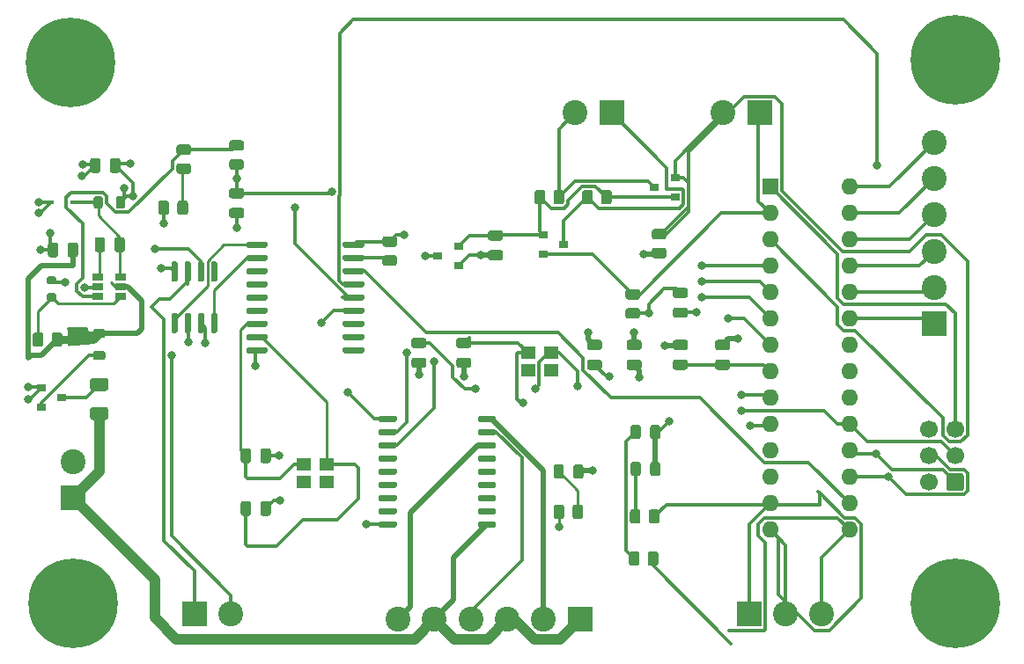
<source format=gbr>
%TF.GenerationSoftware,KiCad,Pcbnew,(5.1.12-1-10_14)*%
%TF.CreationDate,2021-11-26T20:13:54-05:00*%
%TF.ProjectId,Untitled,556e7469-746c-4656-942e-6b696361645f,rev?*%
%TF.SameCoordinates,Original*%
%TF.FileFunction,Copper,L1,Top*%
%TF.FilePolarity,Positive*%
%FSLAX46Y46*%
G04 Gerber Fmt 4.6, Leading zero omitted, Abs format (unit mm)*
G04 Created by KiCad (PCBNEW (5.1.12-1-10_14)) date 2021-11-26 20:13:54*
%MOMM*%
%LPD*%
G01*
G04 APERTURE LIST*
%TA.AperFunction,SMDPad,CuDef*%
%ADD10R,0.600000X0.450000*%
%TD*%
%TA.AperFunction,ComponentPad*%
%ADD11C,0.900000*%
%TD*%
%TA.AperFunction,ComponentPad*%
%ADD12C,8.600000*%
%TD*%
%TA.AperFunction,ComponentPad*%
%ADD13R,2.400000X2.400000*%
%TD*%
%TA.AperFunction,ComponentPad*%
%ADD14C,2.400000*%
%TD*%
%TA.AperFunction,ComponentPad*%
%ADD15C,1.700000*%
%TD*%
%TA.AperFunction,SMDPad,CuDef*%
%ADD16R,0.900000X0.800000*%
%TD*%
%TA.AperFunction,SMDPad,CuDef*%
%ADD17R,1.060000X0.650000*%
%TD*%
%TA.AperFunction,ComponentPad*%
%ADD18R,1.600000X1.600000*%
%TD*%
%TA.AperFunction,ComponentPad*%
%ADD19O,1.600000X1.600000*%
%TD*%
%TA.AperFunction,SMDPad,CuDef*%
%ADD20R,1.400000X1.200000*%
%TD*%
%TA.AperFunction,ViaPad*%
%ADD21C,0.800000*%
%TD*%
%TA.AperFunction,Conductor*%
%ADD22C,0.250000*%
%TD*%
%TA.AperFunction,Conductor*%
%ADD23C,0.300000*%
%TD*%
%TA.AperFunction,Conductor*%
%ADD24C,0.500000*%
%TD*%
%TA.AperFunction,Conductor*%
%ADD25C,0.750000*%
%TD*%
%TA.AperFunction,Conductor*%
%ADD26C,1.000000*%
%TD*%
%TA.AperFunction,Conductor*%
%ADD27C,0.254000*%
%TD*%
%TA.AperFunction,Conductor*%
%ADD28C,0.100000*%
%TD*%
G04 APERTURE END LIST*
%TO.P,C1,1*%
%TO.N,Net-(C1-Pad1)*%
%TA.AperFunction,SMDPad,CuDef*%
G36*
G01*
X106058000Y-130015000D02*
X106058000Y-129065000D01*
G75*
G02*
X106308000Y-128815000I250000J0D01*
G01*
X106808000Y-128815000D01*
G75*
G02*
X107058000Y-129065000I0J-250000D01*
G01*
X107058000Y-130015000D01*
G75*
G02*
X106808000Y-130265000I-250000J0D01*
G01*
X106308000Y-130265000D01*
G75*
G02*
X106058000Y-130015000I0J250000D01*
G01*
G37*
%TD.AperFunction*%
%TO.P,C1,2*%
%TO.N,GND*%
%TA.AperFunction,SMDPad,CuDef*%
G36*
G01*
X107958000Y-130015000D02*
X107958000Y-129065000D01*
G75*
G02*
X108208000Y-128815000I250000J0D01*
G01*
X108708000Y-128815000D01*
G75*
G02*
X108958000Y-129065000I0J-250000D01*
G01*
X108958000Y-130015000D01*
G75*
G02*
X108708000Y-130265000I-250000J0D01*
G01*
X108208000Y-130265000D01*
G75*
G02*
X107958000Y-130015000I0J250000D01*
G01*
G37*
%TD.AperFunction*%
%TD*%
%TO.P,C2,2*%
%TO.N,GND*%
%TA.AperFunction,SMDPad,CuDef*%
G36*
G01*
X107958000Y-124935000D02*
X107958000Y-123985000D01*
G75*
G02*
X108208000Y-123735000I250000J0D01*
G01*
X108708000Y-123735000D01*
G75*
G02*
X108958000Y-123985000I0J-250000D01*
G01*
X108958000Y-124935000D01*
G75*
G02*
X108708000Y-125185000I-250000J0D01*
G01*
X108208000Y-125185000D01*
G75*
G02*
X107958000Y-124935000I0J250000D01*
G01*
G37*
%TD.AperFunction*%
%TO.P,C2,1*%
%TO.N,Net-(C2-Pad1)*%
%TA.AperFunction,SMDPad,CuDef*%
G36*
G01*
X106058000Y-124935000D02*
X106058000Y-123985000D01*
G75*
G02*
X106308000Y-123735000I250000J0D01*
G01*
X106808000Y-123735000D01*
G75*
G02*
X107058000Y-123985000I0J-250000D01*
G01*
X107058000Y-124935000D01*
G75*
G02*
X106808000Y-125185000I-250000J0D01*
G01*
X106308000Y-125185000D01*
G75*
G02*
X106058000Y-124935000I0J250000D01*
G01*
G37*
%TD.AperFunction*%
%TD*%
%TO.P,C3,1*%
%TO.N,BUCK_IN*%
%TA.AperFunction,SMDPad,CuDef*%
G36*
G01*
X90416000Y-104173000D02*
X90416000Y-105123000D01*
G75*
G02*
X90166000Y-105373000I-250000J0D01*
G01*
X89666000Y-105373000D01*
G75*
G02*
X89416000Y-105123000I0J250000D01*
G01*
X89416000Y-104173000D01*
G75*
G02*
X89666000Y-103923000I250000J0D01*
G01*
X90166000Y-103923000D01*
G75*
G02*
X90416000Y-104173000I0J-250000D01*
G01*
G37*
%TD.AperFunction*%
%TO.P,C3,2*%
%TO.N,GND*%
%TA.AperFunction,SMDPad,CuDef*%
G36*
G01*
X88516000Y-104173000D02*
X88516000Y-105123000D01*
G75*
G02*
X88266000Y-105373000I-250000J0D01*
G01*
X87766000Y-105373000D01*
G75*
G02*
X87516000Y-105123000I0J250000D01*
G01*
X87516000Y-104173000D01*
G75*
G02*
X87766000Y-103923000I250000J0D01*
G01*
X88266000Y-103923000D01*
G75*
G02*
X88516000Y-104173000I0J-250000D01*
G01*
G37*
%TD.AperFunction*%
%TD*%
%TO.P,C4,1*%
%TO.N,AT_OSC1*%
%TA.AperFunction,SMDPad,CuDef*%
G36*
G01*
X122715000Y-113104000D02*
X123665000Y-113104000D01*
G75*
G02*
X123915000Y-113354000I0J-250000D01*
G01*
X123915000Y-113854000D01*
G75*
G02*
X123665000Y-114104000I-250000J0D01*
G01*
X122715000Y-114104000D01*
G75*
G02*
X122465000Y-113854000I0J250000D01*
G01*
X122465000Y-113354000D01*
G75*
G02*
X122715000Y-113104000I250000J0D01*
G01*
G37*
%TD.AperFunction*%
%TO.P,C4,2*%
%TO.N,GND*%
%TA.AperFunction,SMDPad,CuDef*%
G36*
G01*
X122715000Y-115004000D02*
X123665000Y-115004000D01*
G75*
G02*
X123915000Y-115254000I0J-250000D01*
G01*
X123915000Y-115754000D01*
G75*
G02*
X123665000Y-116004000I-250000J0D01*
G01*
X122715000Y-116004000D01*
G75*
G02*
X122465000Y-115754000I0J250000D01*
G01*
X122465000Y-115254000D01*
G75*
G02*
X122715000Y-115004000I250000J0D01*
G01*
G37*
%TD.AperFunction*%
%TD*%
%TO.P,C5,2*%
%TO.N,GND*%
%TA.AperFunction,SMDPad,CuDef*%
G36*
G01*
X127033000Y-115004000D02*
X127983000Y-115004000D01*
G75*
G02*
X128233000Y-115254000I0J-250000D01*
G01*
X128233000Y-115754000D01*
G75*
G02*
X127983000Y-116004000I-250000J0D01*
G01*
X127033000Y-116004000D01*
G75*
G02*
X126783000Y-115754000I0J250000D01*
G01*
X126783000Y-115254000D01*
G75*
G02*
X127033000Y-115004000I250000J0D01*
G01*
G37*
%TD.AperFunction*%
%TO.P,C5,1*%
%TO.N,AT_OSC2*%
%TA.AperFunction,SMDPad,CuDef*%
G36*
G01*
X127033000Y-113104000D02*
X127983000Y-113104000D01*
G75*
G02*
X128233000Y-113354000I0J-250000D01*
G01*
X128233000Y-113854000D01*
G75*
G02*
X127983000Y-114104000I-250000J0D01*
G01*
X127033000Y-114104000D01*
G75*
G02*
X126783000Y-113854000I0J250000D01*
G01*
X126783000Y-113354000D01*
G75*
G02*
X127033000Y-113104000I250000J0D01*
G01*
G37*
%TD.AperFunction*%
%TD*%
%TO.P,C6,1*%
%TO.N,+5V*%
%TA.AperFunction,SMDPad,CuDef*%
G36*
G01*
X140556000Y-116197000D02*
X139606000Y-116197000D01*
G75*
G02*
X139356000Y-115947000I0J250000D01*
G01*
X139356000Y-115447000D01*
G75*
G02*
X139606000Y-115197000I250000J0D01*
G01*
X140556000Y-115197000D01*
G75*
G02*
X140806000Y-115447000I0J-250000D01*
G01*
X140806000Y-115947000D01*
G75*
G02*
X140556000Y-116197000I-250000J0D01*
G01*
G37*
%TD.AperFunction*%
%TO.P,C6,2*%
%TO.N,GND*%
%TA.AperFunction,SMDPad,CuDef*%
G36*
G01*
X140556000Y-114297000D02*
X139606000Y-114297000D01*
G75*
G02*
X139356000Y-114047000I0J250000D01*
G01*
X139356000Y-113547000D01*
G75*
G02*
X139606000Y-113297000I250000J0D01*
G01*
X140556000Y-113297000D01*
G75*
G02*
X140806000Y-113547000I0J-250000D01*
G01*
X140806000Y-114047000D01*
G75*
G02*
X140556000Y-114297000I-250000J0D01*
G01*
G37*
%TD.AperFunction*%
%TD*%
%TO.P,C7,2*%
%TO.N,GND*%
%TA.AperFunction,SMDPad,CuDef*%
G36*
G01*
X144366000Y-114297000D02*
X143416000Y-114297000D01*
G75*
G02*
X143166000Y-114047000I0J250000D01*
G01*
X143166000Y-113547000D01*
G75*
G02*
X143416000Y-113297000I250000J0D01*
G01*
X144366000Y-113297000D01*
G75*
G02*
X144616000Y-113547000I0J-250000D01*
G01*
X144616000Y-114047000D01*
G75*
G02*
X144366000Y-114297000I-250000J0D01*
G01*
G37*
%TD.AperFunction*%
%TO.P,C7,1*%
%TO.N,+5V*%
%TA.AperFunction,SMDPad,CuDef*%
G36*
G01*
X144366000Y-116197000D02*
X143416000Y-116197000D01*
G75*
G02*
X143166000Y-115947000I0J250000D01*
G01*
X143166000Y-115447000D01*
G75*
G02*
X143416000Y-115197000I250000J0D01*
G01*
X144366000Y-115197000D01*
G75*
G02*
X144616000Y-115447000I0J-250000D01*
G01*
X144616000Y-115947000D01*
G75*
G02*
X144366000Y-116197000I-250000J0D01*
G01*
G37*
%TD.AperFunction*%
%TD*%
%TO.P,C8,1*%
%TO.N,+5V*%
%TA.AperFunction,SMDPad,CuDef*%
G36*
G01*
X147861000Y-113292000D02*
X148811000Y-113292000D01*
G75*
G02*
X149061000Y-113542000I0J-250000D01*
G01*
X149061000Y-114042000D01*
G75*
G02*
X148811000Y-114292000I-250000J0D01*
G01*
X147861000Y-114292000D01*
G75*
G02*
X147611000Y-114042000I0J250000D01*
G01*
X147611000Y-113542000D01*
G75*
G02*
X147861000Y-113292000I250000J0D01*
G01*
G37*
%TD.AperFunction*%
%TO.P,C8,2*%
%TO.N,GND*%
%TA.AperFunction,SMDPad,CuDef*%
G36*
G01*
X147861000Y-115192000D02*
X148811000Y-115192000D01*
G75*
G02*
X149061000Y-115442000I0J-250000D01*
G01*
X149061000Y-115942000D01*
G75*
G02*
X148811000Y-116192000I-250000J0D01*
G01*
X147861000Y-116192000D01*
G75*
G02*
X147611000Y-115942000I0J250000D01*
G01*
X147611000Y-115442000D01*
G75*
G02*
X147861000Y-115192000I250000J0D01*
G01*
G37*
%TD.AperFunction*%
%TD*%
%TO.P,C9,2*%
%TO.N,GND*%
%TA.AperFunction,SMDPad,CuDef*%
G36*
G01*
X151925000Y-115197000D02*
X152875000Y-115197000D01*
G75*
G02*
X153125000Y-115447000I0J-250000D01*
G01*
X153125000Y-115947000D01*
G75*
G02*
X152875000Y-116197000I-250000J0D01*
G01*
X151925000Y-116197000D01*
G75*
G02*
X151675000Y-115947000I0J250000D01*
G01*
X151675000Y-115447000D01*
G75*
G02*
X151925000Y-115197000I250000J0D01*
G01*
G37*
%TD.AperFunction*%
%TO.P,C9,1*%
%TO.N,+5V*%
%TA.AperFunction,SMDPad,CuDef*%
G36*
G01*
X151925000Y-113297000D02*
X152875000Y-113297000D01*
G75*
G02*
X153125000Y-113547000I0J-250000D01*
G01*
X153125000Y-114047000D01*
G75*
G02*
X152875000Y-114297000I-250000J0D01*
G01*
X151925000Y-114297000D01*
G75*
G02*
X151675000Y-114047000I0J250000D01*
G01*
X151675000Y-113547000D01*
G75*
G02*
X151925000Y-113297000I250000J0D01*
G01*
G37*
%TD.AperFunction*%
%TD*%
%TO.P,C10,2*%
%TO.N,BUCK_SW*%
%TA.AperFunction,SMDPad,CuDef*%
G36*
G01*
X93922000Y-104615000D02*
X93922000Y-103665000D01*
G75*
G02*
X94172000Y-103415000I250000J0D01*
G01*
X94672000Y-103415000D01*
G75*
G02*
X94922000Y-103665000I0J-250000D01*
G01*
X94922000Y-104615000D01*
G75*
G02*
X94672000Y-104865000I-250000J0D01*
G01*
X94172000Y-104865000D01*
G75*
G02*
X93922000Y-104615000I0J250000D01*
G01*
G37*
%TD.AperFunction*%
%TO.P,C10,1*%
%TO.N,BUCK_BST*%
%TA.AperFunction,SMDPad,CuDef*%
G36*
G01*
X92022000Y-104615000D02*
X92022000Y-103665000D01*
G75*
G02*
X92272000Y-103415000I250000J0D01*
G01*
X92772000Y-103415000D01*
G75*
G02*
X93022000Y-103665000I0J-250000D01*
G01*
X93022000Y-104615000D01*
G75*
G02*
X92772000Y-104865000I-250000J0D01*
G01*
X92272000Y-104865000D01*
G75*
G02*
X92022000Y-104615000I0J250000D01*
G01*
G37*
%TD.AperFunction*%
%TD*%
%TO.P,C11,2*%
%TO.N,GND*%
%TA.AperFunction,SMDPad,CuDef*%
G36*
G01*
X105189000Y-100592000D02*
X106139000Y-100592000D01*
G75*
G02*
X106389000Y-100842000I0J-250000D01*
G01*
X106389000Y-101342000D01*
G75*
G02*
X106139000Y-101592000I-250000J0D01*
G01*
X105189000Y-101592000D01*
G75*
G02*
X104939000Y-101342000I0J250000D01*
G01*
X104939000Y-100842000D01*
G75*
G02*
X105189000Y-100592000I250000J0D01*
G01*
G37*
%TD.AperFunction*%
%TO.P,C11,1*%
%TO.N,+5V*%
%TA.AperFunction,SMDPad,CuDef*%
G36*
G01*
X105189000Y-98692000D02*
X106139000Y-98692000D01*
G75*
G02*
X106389000Y-98942000I0J-250000D01*
G01*
X106389000Y-99442000D01*
G75*
G02*
X106139000Y-99692000I-250000J0D01*
G01*
X105189000Y-99692000D01*
G75*
G02*
X104939000Y-99442000I0J250000D01*
G01*
X104939000Y-98942000D01*
G75*
G02*
X105189000Y-98692000I250000J0D01*
G01*
G37*
%TD.AperFunction*%
%TD*%
%TO.P,C12,1*%
%TO.N,+5V*%
%TA.AperFunction,SMDPad,CuDef*%
G36*
G01*
X94480000Y-96045000D02*
X94480000Y-96995000D01*
G75*
G02*
X94230000Y-97245000I-250000J0D01*
G01*
X93730000Y-97245000D01*
G75*
G02*
X93480000Y-96995000I0J250000D01*
G01*
X93480000Y-96045000D01*
G75*
G02*
X93730000Y-95795000I250000J0D01*
G01*
X94230000Y-95795000D01*
G75*
G02*
X94480000Y-96045000I0J-250000D01*
G01*
G37*
%TD.AperFunction*%
%TO.P,C12,2*%
%TO.N,GND*%
%TA.AperFunction,SMDPad,CuDef*%
G36*
G01*
X92580000Y-96045000D02*
X92580000Y-96995000D01*
G75*
G02*
X92330000Y-97245000I-250000J0D01*
G01*
X91830000Y-97245000D01*
G75*
G02*
X91580000Y-96995000I0J250000D01*
G01*
X91580000Y-96045000D01*
G75*
G02*
X91830000Y-95795000I250000J0D01*
G01*
X92330000Y-95795000D01*
G75*
G02*
X92580000Y-96045000I0J-250000D01*
G01*
G37*
%TD.AperFunction*%
%TD*%
%TO.P,C13,1*%
%TO.N,+5V*%
%TA.AperFunction,SMDPad,CuDef*%
G36*
G01*
X147861000Y-108278000D02*
X148811000Y-108278000D01*
G75*
G02*
X149061000Y-108528000I0J-250000D01*
G01*
X149061000Y-109028000D01*
G75*
G02*
X148811000Y-109278000I-250000J0D01*
G01*
X147861000Y-109278000D01*
G75*
G02*
X147611000Y-109028000I0J250000D01*
G01*
X147611000Y-108528000D01*
G75*
G02*
X147861000Y-108278000I250000J0D01*
G01*
G37*
%TD.AperFunction*%
%TO.P,C13,2*%
%TO.N,GND*%
%TA.AperFunction,SMDPad,CuDef*%
G36*
G01*
X147861000Y-110178000D02*
X148811000Y-110178000D01*
G75*
G02*
X149061000Y-110428000I0J-250000D01*
G01*
X149061000Y-110928000D01*
G75*
G02*
X148811000Y-111178000I-250000J0D01*
G01*
X147861000Y-111178000D01*
G75*
G02*
X147611000Y-110928000I0J250000D01*
G01*
X147611000Y-110428000D01*
G75*
G02*
X147861000Y-110178000I250000J0D01*
G01*
G37*
%TD.AperFunction*%
%TD*%
%TO.P,C14,2*%
%TO.N,GND*%
%TA.AperFunction,SMDPad,CuDef*%
G36*
G01*
X130081000Y-104656000D02*
X131031000Y-104656000D01*
G75*
G02*
X131281000Y-104906000I0J-250000D01*
G01*
X131281000Y-105406000D01*
G75*
G02*
X131031000Y-105656000I-250000J0D01*
G01*
X130081000Y-105656000D01*
G75*
G02*
X129831000Y-105406000I0J250000D01*
G01*
X129831000Y-104906000D01*
G75*
G02*
X130081000Y-104656000I250000J0D01*
G01*
G37*
%TD.AperFunction*%
%TO.P,C14,1*%
%TO.N,+3V3*%
%TA.AperFunction,SMDPad,CuDef*%
G36*
G01*
X130081000Y-102756000D02*
X131031000Y-102756000D01*
G75*
G02*
X131281000Y-103006000I0J-250000D01*
G01*
X131281000Y-103506000D01*
G75*
G02*
X131031000Y-103756000I-250000J0D01*
G01*
X130081000Y-103756000D01*
G75*
G02*
X129831000Y-103506000I0J250000D01*
G01*
X129831000Y-103006000D01*
G75*
G02*
X130081000Y-102756000I250000J0D01*
G01*
G37*
%TD.AperFunction*%
%TD*%
%TO.P,D1,1*%
%TO.N,GND*%
%TA.AperFunction,SMDPad,CuDef*%
G36*
G01*
X139014500Y-125527750D02*
X139014500Y-126440250D01*
G75*
G02*
X138770750Y-126684000I-243750J0D01*
G01*
X138283250Y-126684000D01*
G75*
G02*
X138039500Y-126440250I0J243750D01*
G01*
X138039500Y-125527750D01*
G75*
G02*
X138283250Y-125284000I243750J0D01*
G01*
X138770750Y-125284000D01*
G75*
G02*
X139014500Y-125527750I0J-243750D01*
G01*
G37*
%TD.AperFunction*%
%TO.P,D1,2*%
%TO.N,Net-(D1-Pad2)*%
%TA.AperFunction,SMDPad,CuDef*%
G36*
G01*
X137139500Y-125527750D02*
X137139500Y-126440250D01*
G75*
G02*
X136895750Y-126684000I-243750J0D01*
G01*
X136408250Y-126684000D01*
G75*
G02*
X136164500Y-126440250I0J243750D01*
G01*
X136164500Y-125527750D01*
G75*
G02*
X136408250Y-125284000I243750J0D01*
G01*
X136895750Y-125284000D01*
G75*
G02*
X137139500Y-125527750I0J-243750D01*
G01*
G37*
%TD.AperFunction*%
%TD*%
D10*
%TO.P,D2,1*%
%TO.N,BUCK_SW*%
X89950000Y-100076000D03*
%TO.P,D2,2*%
%TO.N,GND*%
X87850000Y-100076000D03*
%TD*%
%TO.P,D3,2*%
%TO.N,Net-(D3-Pad2)*%
%TA.AperFunction,SMDPad,CuDef*%
G36*
G01*
X144535500Y-121717750D02*
X144535500Y-122630250D01*
G75*
G02*
X144291750Y-122874000I-243750J0D01*
G01*
X143804250Y-122874000D01*
G75*
G02*
X143560500Y-122630250I0J243750D01*
G01*
X143560500Y-121717750D01*
G75*
G02*
X143804250Y-121474000I243750J0D01*
G01*
X144291750Y-121474000D01*
G75*
G02*
X144535500Y-121717750I0J-243750D01*
G01*
G37*
%TD.AperFunction*%
%TO.P,D3,1*%
%TO.N,GND*%
%TA.AperFunction,SMDPad,CuDef*%
G36*
G01*
X146410500Y-121717750D02*
X146410500Y-122630250D01*
G75*
G02*
X146166750Y-122874000I-243750J0D01*
G01*
X145679250Y-122874000D01*
G75*
G02*
X145435500Y-122630250I0J243750D01*
G01*
X145435500Y-121717750D01*
G75*
G02*
X145679250Y-121474000I243750J0D01*
G01*
X146166750Y-121474000D01*
G75*
G02*
X146410500Y-121717750I0J-243750D01*
G01*
G37*
%TD.AperFunction*%
%TD*%
%TO.P,D4,1*%
%TO.N,GND*%
%TA.AperFunction,SMDPad,CuDef*%
G36*
G01*
X146410500Y-125273750D02*
X146410500Y-126186250D01*
G75*
G02*
X146166750Y-126430000I-243750J0D01*
G01*
X145679250Y-126430000D01*
G75*
G02*
X145435500Y-126186250I0J243750D01*
G01*
X145435500Y-125273750D01*
G75*
G02*
X145679250Y-125030000I243750J0D01*
G01*
X146166750Y-125030000D01*
G75*
G02*
X146410500Y-125273750I0J-243750D01*
G01*
G37*
%TD.AperFunction*%
%TO.P,D4,2*%
%TO.N,Net-(D4-Pad2)*%
%TA.AperFunction,SMDPad,CuDef*%
G36*
G01*
X144535500Y-125273750D02*
X144535500Y-126186250D01*
G75*
G02*
X144291750Y-126430000I-243750J0D01*
G01*
X143804250Y-126430000D01*
G75*
G02*
X143560500Y-126186250I0J243750D01*
G01*
X143560500Y-125273750D01*
G75*
G02*
X143804250Y-125030000I243750J0D01*
G01*
X144291750Y-125030000D01*
G75*
G02*
X144535500Y-125273750I0J-243750D01*
G01*
G37*
%TD.AperFunction*%
%TD*%
%TO.P,F1,1*%
%TO.N,Net-(F1-Pad1)*%
%TA.AperFunction,SMDPad,CuDef*%
G36*
G01*
X91831000Y-116971000D02*
X93081000Y-116971000D01*
G75*
G02*
X93331000Y-117221000I0J-250000D01*
G01*
X93331000Y-117971000D01*
G75*
G02*
X93081000Y-118221000I-250000J0D01*
G01*
X91831000Y-118221000D01*
G75*
G02*
X91581000Y-117971000I0J250000D01*
G01*
X91581000Y-117221000D01*
G75*
G02*
X91831000Y-116971000I250000J0D01*
G01*
G37*
%TD.AperFunction*%
%TO.P,F1,2*%
%TO.N,12_V_IN*%
%TA.AperFunction,SMDPad,CuDef*%
G36*
G01*
X91831000Y-119771000D02*
X93081000Y-119771000D01*
G75*
G02*
X93331000Y-120021000I0J-250000D01*
G01*
X93331000Y-120771000D01*
G75*
G02*
X93081000Y-121021000I-250000J0D01*
G01*
X91831000Y-121021000D01*
G75*
G02*
X91581000Y-120771000I0J250000D01*
G01*
X91581000Y-120021000D01*
G75*
G02*
X91831000Y-119771000I250000J0D01*
G01*
G37*
%TD.AperFunction*%
%TD*%
%TO.P,FB1,2*%
%TO.N,Net-(FB1-Pad2)*%
%TA.AperFunction,SMDPad,CuDef*%
G36*
G01*
X92074750Y-114370500D02*
X92837250Y-114370500D01*
G75*
G02*
X93056000Y-114589250I0J-218750D01*
G01*
X93056000Y-115026750D01*
G75*
G02*
X92837250Y-115245500I-218750J0D01*
G01*
X92074750Y-115245500D01*
G75*
G02*
X91856000Y-115026750I0J218750D01*
G01*
X91856000Y-114589250D01*
G75*
G02*
X92074750Y-114370500I218750J0D01*
G01*
G37*
%TD.AperFunction*%
%TO.P,FB1,1*%
%TO.N,BUCK_IN*%
%TA.AperFunction,SMDPad,CuDef*%
G36*
G01*
X92074750Y-112245500D02*
X92837250Y-112245500D01*
G75*
G02*
X93056000Y-112464250I0J-218750D01*
G01*
X93056000Y-112901750D01*
G75*
G02*
X92837250Y-113120500I-218750J0D01*
G01*
X92074750Y-113120500D01*
G75*
G02*
X91856000Y-112901750I0J218750D01*
G01*
X91856000Y-112464250D01*
G75*
G02*
X92074750Y-112245500I218750J0D01*
G01*
G37*
%TD.AperFunction*%
%TD*%
D11*
%TO.P,H1,1*%
%TO.N,N/C*%
X92196419Y-136403581D03*
X89916000Y-135459000D03*
X87635581Y-136403581D03*
X86691000Y-138684000D03*
X87635581Y-140964419D03*
X89916000Y-141909000D03*
X92196419Y-140964419D03*
X93141000Y-138684000D03*
D12*
X89916000Y-138684000D03*
%TD*%
%TO.P,H2,1*%
%TO.N,N/C*%
X174752000Y-138684000D03*
D11*
X177977000Y-138684000D03*
X177032419Y-140964419D03*
X174752000Y-141909000D03*
X172471581Y-140964419D03*
X171527000Y-138684000D03*
X172471581Y-136403581D03*
X174752000Y-135459000D03*
X177032419Y-136403581D03*
%TD*%
%TO.P,H3,1*%
%TO.N,N/C*%
X91948000Y-84339162D03*
X89667581Y-83394581D03*
X87387162Y-84339162D03*
X86442581Y-86619581D03*
X87387162Y-88900000D03*
X89667581Y-89844581D03*
X91948000Y-88900000D03*
X92892581Y-86619581D03*
D12*
X89667581Y-86619581D03*
%TD*%
%TO.P,H4,1*%
%TO.N,N/C*%
X174752000Y-86360000D03*
D11*
X177977000Y-86360000D03*
X177032419Y-88640419D03*
X174752000Y-89585000D03*
X172471581Y-88640419D03*
X171527000Y-86360000D03*
X172471581Y-84079581D03*
X174752000Y-83135000D03*
X177032419Y-84079581D03*
%TD*%
D13*
%TO.P,J1,1*%
%TO.N,Net-(J1-Pad1)*%
X101600000Y-139700000D03*
D14*
%TO.P,J1,2*%
%TO.N,Net-(J1-Pad2)*%
X105100000Y-139700000D03*
%TD*%
%TO.P,J2,1*%
%TO.N,AT_MISO*%
%TA.AperFunction,ComponentPad*%
G36*
G01*
X175602000Y-126400000D02*
X175602000Y-127600000D01*
G75*
G02*
X175352000Y-127850000I-250000J0D01*
G01*
X174152000Y-127850000D01*
G75*
G02*
X173902000Y-127600000I0J250000D01*
G01*
X173902000Y-126400000D01*
G75*
G02*
X174152000Y-126150000I250000J0D01*
G01*
X175352000Y-126150000D01*
G75*
G02*
X175602000Y-126400000I0J-250000D01*
G01*
G37*
%TD.AperFunction*%
D15*
%TO.P,J2,3*%
%TO.N,AT_SCK*%
X174752000Y-124460000D03*
%TO.P,J2,5*%
%TO.N,AT_RESET*%
X174752000Y-121920000D03*
%TO.P,J2,2*%
%TO.N,+5V*%
X172212000Y-127000000D03*
%TO.P,J2,4*%
%TO.N,AT_MOSI*%
X172212000Y-124460000D03*
%TO.P,J2,6*%
%TO.N,GND*%
X172212000Y-121920000D03*
%TD*%
D13*
%TO.P,J3,1*%
%TO.N,AT_D7*%
X154940000Y-139700000D03*
D14*
%TO.P,J3,2*%
%TO.N,AT_D8*%
X158440000Y-139700000D03*
%TO.P,J3,3*%
%TO.N,AT_D9*%
X161940000Y-139700000D03*
%TD*%
D13*
%TO.P,J4,1*%
%TO.N,AT_A0*%
X172720000Y-111760000D03*
D14*
%TO.P,J4,2*%
%TO.N,AT_A1*%
X172720000Y-108260000D03*
%TO.P,J4,3*%
%TO.N,AT_A2*%
X172720000Y-104760000D03*
%TO.P,J4,4*%
%TO.N,AT_A3*%
X172720000Y-101260000D03*
%TO.P,J4,5*%
%TO.N,AT_A4*%
X172720000Y-97760000D03*
%TO.P,J4,6*%
%TO.N,AT_A5*%
X172720000Y-94260000D03*
%TD*%
%TO.P,J5,2*%
%TO.N,3_3_TX_IN*%
X138232000Y-91440000D03*
D13*
%TO.P,J5,1*%
%TO.N,3_3_RX_IN*%
X141732000Y-91440000D03*
%TD*%
D14*
%TO.P,J7,2*%
%TO.N,GND*%
X89916000Y-125024000D03*
D13*
%TO.P,J7,1*%
%TO.N,12_V_IN*%
X89916000Y-128524000D03*
%TD*%
%TO.P,J8,1*%
%TO.N,328_RX*%
X155956000Y-91440000D03*
D14*
%TO.P,J8,2*%
%TO.N,328_TX*%
X152456000Y-91440000D03*
%TD*%
%TO.P,L1,1*%
%TO.N,BUCK_SW*%
%TA.AperFunction,SMDPad,CuDef*%
G36*
G01*
X91925500Y-100457250D02*
X91925500Y-99694750D01*
G75*
G02*
X92144250Y-99476000I218750J0D01*
G01*
X92581750Y-99476000D01*
G75*
G02*
X92800500Y-99694750I0J-218750D01*
G01*
X92800500Y-100457250D01*
G75*
G02*
X92581750Y-100676000I-218750J0D01*
G01*
X92144250Y-100676000D01*
G75*
G02*
X91925500Y-100457250I0J218750D01*
G01*
G37*
%TD.AperFunction*%
%TO.P,L1,2*%
%TO.N,+5V*%
%TA.AperFunction,SMDPad,CuDef*%
G36*
G01*
X94050500Y-100457250D02*
X94050500Y-99694750D01*
G75*
G02*
X94269250Y-99476000I218750J0D01*
G01*
X94706750Y-99476000D01*
G75*
G02*
X94925500Y-99694750I0J-218750D01*
G01*
X94925500Y-100457250D01*
G75*
G02*
X94706750Y-100676000I-218750J0D01*
G01*
X94269250Y-100676000D01*
G75*
G02*
X94050500Y-100457250I0J218750D01*
G01*
G37*
%TD.AperFunction*%
%TD*%
D16*
%TO.P,Q1,3*%
%TO.N,Net-(F1-Pad1)*%
X88884000Y-118872000D03*
%TO.P,Q1,2*%
%TO.N,Net-(FB1-Pad2)*%
X86884000Y-119822000D03*
%TO.P,Q1,1*%
%TO.N,GND*%
X86884000Y-117922000D03*
%TD*%
%TO.P,Q2,1*%
%TO.N,+3V3*%
X135144000Y-103190000D03*
%TO.P,Q2,2*%
%TO.N,328_RX*%
X135144000Y-105090000D03*
%TO.P,Q2,3*%
%TO.N,3_3_RX_IN*%
X137144000Y-104140000D03*
%TD*%
%TO.P,Q3,3*%
%TO.N,3_3_TX_IN*%
X145828000Y-98618000D03*
%TO.P,Q3,2*%
%TO.N,328_TX*%
X147828000Y-97668000D03*
%TO.P,Q3,1*%
%TO.N,+3V3*%
X147828000Y-99568000D03*
%TD*%
%TO.P,R1,1*%
%TO.N,+5V*%
%TA.AperFunction,SMDPad,CuDef*%
G36*
G01*
X136139500Y-130307501D02*
X136139500Y-129407499D01*
G75*
G02*
X136389499Y-129157500I249999J0D01*
G01*
X136914501Y-129157500D01*
G75*
G02*
X137164500Y-129407499I0J-249999D01*
G01*
X137164500Y-130307501D01*
G75*
G02*
X136914501Y-130557500I-249999J0D01*
G01*
X136389499Y-130557500D01*
G75*
G02*
X136139500Y-130307501I0J249999D01*
G01*
G37*
%TD.AperFunction*%
%TO.P,R1,2*%
%TO.N,Net-(D1-Pad2)*%
%TA.AperFunction,SMDPad,CuDef*%
G36*
G01*
X137964500Y-130307501D02*
X137964500Y-129407499D01*
G75*
G02*
X138214499Y-129157500I249999J0D01*
G01*
X138739501Y-129157500D01*
G75*
G02*
X138989500Y-129407499I0J-249999D01*
G01*
X138989500Y-130307501D01*
G75*
G02*
X138739501Y-130557500I-249999J0D01*
G01*
X138214499Y-130557500D01*
G75*
G02*
X137964500Y-130307501I0J249999D01*
G01*
G37*
%TD.AperFunction*%
%TD*%
%TO.P,R2,2*%
%TO.N,Net-(R2-Pad2)*%
%TA.AperFunction,SMDPad,CuDef*%
G36*
G01*
X119945999Y-105151500D02*
X120846001Y-105151500D01*
G75*
G02*
X121096000Y-105401499I0J-249999D01*
G01*
X121096000Y-105926501D01*
G75*
G02*
X120846001Y-106176500I-249999J0D01*
G01*
X119945999Y-106176500D01*
G75*
G02*
X119696000Y-105926501I0J249999D01*
G01*
X119696000Y-105401499D01*
G75*
G02*
X119945999Y-105151500I249999J0D01*
G01*
G37*
%TD.AperFunction*%
%TO.P,R2,1*%
%TO.N,+5V*%
%TA.AperFunction,SMDPad,CuDef*%
G36*
G01*
X119945999Y-103326500D02*
X120846001Y-103326500D01*
G75*
G02*
X121096000Y-103576499I0J-249999D01*
G01*
X121096000Y-104101501D01*
G75*
G02*
X120846001Y-104351500I-249999J0D01*
G01*
X119945999Y-104351500D01*
G75*
G02*
X119696000Y-104101501I0J249999D01*
G01*
X119696000Y-103576499D01*
G75*
G02*
X119945999Y-103326500I249999J0D01*
G01*
G37*
%TD.AperFunction*%
%TD*%
%TO.P,R3,1*%
%TO.N,BUCK_IN*%
%TA.AperFunction,SMDPad,CuDef*%
G36*
G01*
X88904500Y-112833999D02*
X88904500Y-113734001D01*
G75*
G02*
X88654501Y-113984000I-249999J0D01*
G01*
X88129499Y-113984000D01*
G75*
G02*
X87879500Y-113734001I0J249999D01*
G01*
X87879500Y-112833999D01*
G75*
G02*
X88129499Y-112584000I249999J0D01*
G01*
X88654501Y-112584000D01*
G75*
G02*
X88904500Y-112833999I0J-249999D01*
G01*
G37*
%TD.AperFunction*%
%TO.P,R3,2*%
%TO.N,BUCK_EN*%
%TA.AperFunction,SMDPad,CuDef*%
G36*
G01*
X87079500Y-112833999D02*
X87079500Y-113734001D01*
G75*
G02*
X86829501Y-113984000I-249999J0D01*
G01*
X86304499Y-113984000D01*
G75*
G02*
X86054500Y-113734001I0J249999D01*
G01*
X86054500Y-112833999D01*
G75*
G02*
X86304499Y-112584000I249999J0D01*
G01*
X86829501Y-112584000D01*
G75*
G02*
X87079500Y-112833999I0J-249999D01*
G01*
G37*
%TD.AperFunction*%
%TD*%
%TO.P,R4,1*%
%TO.N,BUCK_EN*%
%TA.AperFunction,SMDPad,CuDef*%
G36*
G01*
X88159000Y-109620000D02*
X87609000Y-109620000D01*
G75*
G02*
X87409000Y-109420000I0J200000D01*
G01*
X87409000Y-109020000D01*
G75*
G02*
X87609000Y-108820000I200000J0D01*
G01*
X88159000Y-108820000D01*
G75*
G02*
X88359000Y-109020000I0J-200000D01*
G01*
X88359000Y-109420000D01*
G75*
G02*
X88159000Y-109620000I-200000J0D01*
G01*
G37*
%TD.AperFunction*%
%TO.P,R4,2*%
%TO.N,GND*%
%TA.AperFunction,SMDPad,CuDef*%
G36*
G01*
X88159000Y-107970000D02*
X87609000Y-107970000D01*
G75*
G02*
X87409000Y-107770000I0J200000D01*
G01*
X87409000Y-107370000D01*
G75*
G02*
X87609000Y-107170000I200000J0D01*
G01*
X88159000Y-107170000D01*
G75*
G02*
X88359000Y-107370000I0J-200000D01*
G01*
X88359000Y-107770000D01*
G75*
G02*
X88159000Y-107970000I-200000J0D01*
G01*
G37*
%TD.AperFunction*%
%TD*%
%TO.P,R5,2*%
%TO.N,BUCK_FB*%
%TA.AperFunction,SMDPad,CuDef*%
G36*
G01*
X106114001Y-95104000D02*
X105213999Y-95104000D01*
G75*
G02*
X104964000Y-94854001I0J249999D01*
G01*
X104964000Y-94328999D01*
G75*
G02*
X105213999Y-94079000I249999J0D01*
G01*
X106114001Y-94079000D01*
G75*
G02*
X106364000Y-94328999I0J-249999D01*
G01*
X106364000Y-94854001D01*
G75*
G02*
X106114001Y-95104000I-249999J0D01*
G01*
G37*
%TD.AperFunction*%
%TO.P,R5,1*%
%TO.N,+5V*%
%TA.AperFunction,SMDPad,CuDef*%
G36*
G01*
X106114001Y-96929000D02*
X105213999Y-96929000D01*
G75*
G02*
X104964000Y-96679001I0J249999D01*
G01*
X104964000Y-96153999D01*
G75*
G02*
X105213999Y-95904000I249999J0D01*
G01*
X106114001Y-95904000D01*
G75*
G02*
X106364000Y-96153999I0J-249999D01*
G01*
X106364000Y-96679001D01*
G75*
G02*
X106114001Y-96929000I-249999J0D01*
G01*
G37*
%TD.AperFunction*%
%TD*%
%TO.P,R6,1*%
%TO.N,BUCK_FB*%
%TA.AperFunction,SMDPad,CuDef*%
G36*
G01*
X100133999Y-94483500D02*
X101034001Y-94483500D01*
G75*
G02*
X101284000Y-94733499I0J-249999D01*
G01*
X101284000Y-95258501D01*
G75*
G02*
X101034001Y-95508500I-249999J0D01*
G01*
X100133999Y-95508500D01*
G75*
G02*
X99884000Y-95258501I0J249999D01*
G01*
X99884000Y-94733499D01*
G75*
G02*
X100133999Y-94483500I249999J0D01*
G01*
G37*
%TD.AperFunction*%
%TO.P,R6,2*%
%TO.N,Net-(R6-Pad2)*%
%TA.AperFunction,SMDPad,CuDef*%
G36*
G01*
X100133999Y-96308500D02*
X101034001Y-96308500D01*
G75*
G02*
X101284000Y-96558499I0J-249999D01*
G01*
X101284000Y-97083501D01*
G75*
G02*
X101034001Y-97333500I-249999J0D01*
G01*
X100133999Y-97333500D01*
G75*
G02*
X99884000Y-97083501I0J249999D01*
G01*
X99884000Y-96558499D01*
G75*
G02*
X100133999Y-96308500I249999J0D01*
G01*
G37*
%TD.AperFunction*%
%TD*%
%TO.P,R7,2*%
%TO.N,GND*%
%TA.AperFunction,SMDPad,CuDef*%
G36*
G01*
X99168000Y-100133999D02*
X99168000Y-101034001D01*
G75*
G02*
X98918001Y-101284000I-249999J0D01*
G01*
X98392999Y-101284000D01*
G75*
G02*
X98143000Y-101034001I0J249999D01*
G01*
X98143000Y-100133999D01*
G75*
G02*
X98392999Y-99884000I249999J0D01*
G01*
X98918001Y-99884000D01*
G75*
G02*
X99168000Y-100133999I0J-249999D01*
G01*
G37*
%TD.AperFunction*%
%TO.P,R7,1*%
%TO.N,Net-(R6-Pad2)*%
%TA.AperFunction,SMDPad,CuDef*%
G36*
G01*
X100993000Y-100133999D02*
X100993000Y-101034001D01*
G75*
G02*
X100743001Y-101284000I-249999J0D01*
G01*
X100217999Y-101284000D01*
G75*
G02*
X99968000Y-101034001I0J249999D01*
G01*
X99968000Y-100133999D01*
G75*
G02*
X100217999Y-99884000I249999J0D01*
G01*
X100743001Y-99884000D01*
G75*
G02*
X100993000Y-100133999I0J-249999D01*
G01*
G37*
%TD.AperFunction*%
%TD*%
%TO.P,R8,1*%
%TO.N,+5V*%
%TA.AperFunction,SMDPad,CuDef*%
G36*
G01*
X144214001Y-111256500D02*
X143313999Y-111256500D01*
G75*
G02*
X143064000Y-111006501I0J249999D01*
G01*
X143064000Y-110481499D01*
G75*
G02*
X143313999Y-110231500I249999J0D01*
G01*
X144214001Y-110231500D01*
G75*
G02*
X144464000Y-110481499I0J-249999D01*
G01*
X144464000Y-111006501D01*
G75*
G02*
X144214001Y-111256500I-249999J0D01*
G01*
G37*
%TD.AperFunction*%
%TO.P,R8,2*%
%TO.N,328_RX*%
%TA.AperFunction,SMDPad,CuDef*%
G36*
G01*
X144214001Y-109431500D02*
X143313999Y-109431500D01*
G75*
G02*
X143064000Y-109181501I0J249999D01*
G01*
X143064000Y-108656499D01*
G75*
G02*
X143313999Y-108406500I249999J0D01*
G01*
X144214001Y-108406500D01*
G75*
G02*
X144464000Y-108656499I0J-249999D01*
G01*
X144464000Y-109181501D01*
G75*
G02*
X144214001Y-109431500I-249999J0D01*
G01*
G37*
%TD.AperFunction*%
%TD*%
%TO.P,R9,1*%
%TO.N,+3V3*%
%TA.AperFunction,SMDPad,CuDef*%
G36*
G01*
X141736500Y-99117999D02*
X141736500Y-100018001D01*
G75*
G02*
X141486501Y-100268000I-249999J0D01*
G01*
X140961499Y-100268000D01*
G75*
G02*
X140711500Y-100018001I0J249999D01*
G01*
X140711500Y-99117999D01*
G75*
G02*
X140961499Y-98868000I249999J0D01*
G01*
X141486501Y-98868000D01*
G75*
G02*
X141736500Y-99117999I0J-249999D01*
G01*
G37*
%TD.AperFunction*%
%TO.P,R9,2*%
%TO.N,3_3_RX_IN*%
%TA.AperFunction,SMDPad,CuDef*%
G36*
G01*
X139911500Y-99117999D02*
X139911500Y-100018001D01*
G75*
G02*
X139661501Y-100268000I-249999J0D01*
G01*
X139136499Y-100268000D01*
G75*
G02*
X138886500Y-100018001I0J249999D01*
G01*
X138886500Y-99117999D01*
G75*
G02*
X139136499Y-98868000I249999J0D01*
G01*
X139661501Y-98868000D01*
G75*
G02*
X139911500Y-99117999I0J-249999D01*
G01*
G37*
%TD.AperFunction*%
%TD*%
%TO.P,R10,2*%
%TO.N,328_TX*%
%TA.AperFunction,SMDPad,CuDef*%
G36*
G01*
X146754001Y-103636500D02*
X145853999Y-103636500D01*
G75*
G02*
X145604000Y-103386501I0J249999D01*
G01*
X145604000Y-102861499D01*
G75*
G02*
X145853999Y-102611500I249999J0D01*
G01*
X146754001Y-102611500D01*
G75*
G02*
X147004000Y-102861499I0J-249999D01*
G01*
X147004000Y-103386501D01*
G75*
G02*
X146754001Y-103636500I-249999J0D01*
G01*
G37*
%TD.AperFunction*%
%TO.P,R10,1*%
%TO.N,+5V*%
%TA.AperFunction,SMDPad,CuDef*%
G36*
G01*
X146754001Y-105461500D02*
X145853999Y-105461500D01*
G75*
G02*
X145604000Y-105211501I0J249999D01*
G01*
X145604000Y-104686499D01*
G75*
G02*
X145853999Y-104436500I249999J0D01*
G01*
X146754001Y-104436500D01*
G75*
G02*
X147004000Y-104686499I0J-249999D01*
G01*
X147004000Y-105211501D01*
G75*
G02*
X146754001Y-105461500I-249999J0D01*
G01*
G37*
%TD.AperFunction*%
%TD*%
%TO.P,R11,2*%
%TO.N,3_3_TX_IN*%
%TA.AperFunction,SMDPad,CuDef*%
G36*
G01*
X136139500Y-100018001D02*
X136139500Y-99117999D01*
G75*
G02*
X136389499Y-98868000I249999J0D01*
G01*
X136914501Y-98868000D01*
G75*
G02*
X137164500Y-99117999I0J-249999D01*
G01*
X137164500Y-100018001D01*
G75*
G02*
X136914501Y-100268000I-249999J0D01*
G01*
X136389499Y-100268000D01*
G75*
G02*
X136139500Y-100018001I0J249999D01*
G01*
G37*
%TD.AperFunction*%
%TO.P,R11,1*%
%TO.N,+3V3*%
%TA.AperFunction,SMDPad,CuDef*%
G36*
G01*
X134314500Y-100018001D02*
X134314500Y-99117999D01*
G75*
G02*
X134564499Y-98868000I249999J0D01*
G01*
X135089501Y-98868000D01*
G75*
G02*
X135339500Y-99117999I0J-249999D01*
G01*
X135339500Y-100018001D01*
G75*
G02*
X135089501Y-100268000I-249999J0D01*
G01*
X134564499Y-100268000D01*
G75*
G02*
X134314500Y-100018001I0J249999D01*
G01*
G37*
%TD.AperFunction*%
%TD*%
%TO.P,R12,2*%
%TO.N,Net-(D3-Pad2)*%
%TA.AperFunction,SMDPad,CuDef*%
G36*
G01*
X144403500Y-133915999D02*
X144403500Y-134816001D01*
G75*
G02*
X144153501Y-135066000I-249999J0D01*
G01*
X143628499Y-135066000D01*
G75*
G02*
X143378500Y-134816001I0J249999D01*
G01*
X143378500Y-133915999D01*
G75*
G02*
X143628499Y-133666000I249999J0D01*
G01*
X144153501Y-133666000D01*
G75*
G02*
X144403500Y-133915999I0J-249999D01*
G01*
G37*
%TD.AperFunction*%
%TO.P,R12,1*%
%TO.N,AT_D9*%
%TA.AperFunction,SMDPad,CuDef*%
G36*
G01*
X146228500Y-133915999D02*
X146228500Y-134816001D01*
G75*
G02*
X145978501Y-135066000I-249999J0D01*
G01*
X145453499Y-135066000D01*
G75*
G02*
X145203500Y-134816001I0J249999D01*
G01*
X145203500Y-133915999D01*
G75*
G02*
X145453499Y-133666000I249999J0D01*
G01*
X145978501Y-133666000D01*
G75*
G02*
X146228500Y-133915999I0J-249999D01*
G01*
G37*
%TD.AperFunction*%
%TD*%
%TO.P,R13,1*%
%TO.N,AT_D8*%
%TA.AperFunction,SMDPad,CuDef*%
G36*
G01*
X146332000Y-129851999D02*
X146332000Y-130752001D01*
G75*
G02*
X146082001Y-131002000I-249999J0D01*
G01*
X145556999Y-131002000D01*
G75*
G02*
X145307000Y-130752001I0J249999D01*
G01*
X145307000Y-129851999D01*
G75*
G02*
X145556999Y-129602000I249999J0D01*
G01*
X146082001Y-129602000D01*
G75*
G02*
X146332000Y-129851999I0J-249999D01*
G01*
G37*
%TD.AperFunction*%
%TO.P,R13,2*%
%TO.N,Net-(D4-Pad2)*%
%TA.AperFunction,SMDPad,CuDef*%
G36*
G01*
X144507000Y-129851999D02*
X144507000Y-130752001D01*
G75*
G02*
X144257001Y-131002000I-249999J0D01*
G01*
X143731999Y-131002000D01*
G75*
G02*
X143482000Y-130752001I0J249999D01*
G01*
X143482000Y-129851999D01*
G75*
G02*
X143731999Y-129602000I249999J0D01*
G01*
X144257001Y-129602000D01*
G75*
G02*
X144507000Y-129851999I0J-249999D01*
G01*
G37*
%TD.AperFunction*%
%TD*%
%TO.P,U1,1*%
%TO.N,Net-(U1-Pad1)*%
%TA.AperFunction,SMDPad,CuDef*%
G36*
G01*
X106593000Y-104290000D02*
X106593000Y-103990000D01*
G75*
G02*
X106743000Y-103840000I150000J0D01*
G01*
X108493000Y-103840000D01*
G75*
G02*
X108643000Y-103990000I0J-150000D01*
G01*
X108643000Y-104290000D01*
G75*
G02*
X108493000Y-104440000I-150000J0D01*
G01*
X106743000Y-104440000D01*
G75*
G02*
X106593000Y-104290000I0J150000D01*
G01*
G37*
%TD.AperFunction*%
%TO.P,U1,2*%
%TO.N,Net-(U1-Pad2)*%
%TA.AperFunction,SMDPad,CuDef*%
G36*
G01*
X106593000Y-105560000D02*
X106593000Y-105260000D01*
G75*
G02*
X106743000Y-105110000I150000J0D01*
G01*
X108493000Y-105110000D01*
G75*
G02*
X108643000Y-105260000I0J-150000D01*
G01*
X108643000Y-105560000D01*
G75*
G02*
X108493000Y-105710000I-150000J0D01*
G01*
X106743000Y-105710000D01*
G75*
G02*
X106593000Y-105560000I0J150000D01*
G01*
G37*
%TD.AperFunction*%
%TO.P,U1,3*%
%TO.N,Net-(U1-Pad3)*%
%TA.AperFunction,SMDPad,CuDef*%
G36*
G01*
X106593000Y-106830000D02*
X106593000Y-106530000D01*
G75*
G02*
X106743000Y-106380000I150000J0D01*
G01*
X108493000Y-106380000D01*
G75*
G02*
X108643000Y-106530000I0J-150000D01*
G01*
X108643000Y-106830000D01*
G75*
G02*
X108493000Y-106980000I-150000J0D01*
G01*
X106743000Y-106980000D01*
G75*
G02*
X106593000Y-106830000I0J150000D01*
G01*
G37*
%TD.AperFunction*%
%TO.P,U1,4*%
%TO.N,Net-(U1-Pad4)*%
%TA.AperFunction,SMDPad,CuDef*%
G36*
G01*
X106593000Y-108100000D02*
X106593000Y-107800000D01*
G75*
G02*
X106743000Y-107650000I150000J0D01*
G01*
X108493000Y-107650000D01*
G75*
G02*
X108643000Y-107800000I0J-150000D01*
G01*
X108643000Y-108100000D01*
G75*
G02*
X108493000Y-108250000I-150000J0D01*
G01*
X106743000Y-108250000D01*
G75*
G02*
X106593000Y-108100000I0J150000D01*
G01*
G37*
%TD.AperFunction*%
%TO.P,U1,5*%
%TO.N,Net-(U1-Pad5)*%
%TA.AperFunction,SMDPad,CuDef*%
G36*
G01*
X106593000Y-109370000D02*
X106593000Y-109070000D01*
G75*
G02*
X106743000Y-108920000I150000J0D01*
G01*
X108493000Y-108920000D01*
G75*
G02*
X108643000Y-109070000I0J-150000D01*
G01*
X108643000Y-109370000D01*
G75*
G02*
X108493000Y-109520000I-150000J0D01*
G01*
X106743000Y-109520000D01*
G75*
G02*
X106593000Y-109370000I0J150000D01*
G01*
G37*
%TD.AperFunction*%
%TO.P,U1,6*%
%TO.N,Net-(U1-Pad6)*%
%TA.AperFunction,SMDPad,CuDef*%
G36*
G01*
X106593000Y-110640000D02*
X106593000Y-110340000D01*
G75*
G02*
X106743000Y-110190000I150000J0D01*
G01*
X108493000Y-110190000D01*
G75*
G02*
X108643000Y-110340000I0J-150000D01*
G01*
X108643000Y-110640000D01*
G75*
G02*
X108493000Y-110790000I-150000J0D01*
G01*
X106743000Y-110790000D01*
G75*
G02*
X106593000Y-110640000I0J150000D01*
G01*
G37*
%TD.AperFunction*%
%TO.P,U1,7*%
%TO.N,Net-(C2-Pad1)*%
%TA.AperFunction,SMDPad,CuDef*%
G36*
G01*
X106593000Y-111910000D02*
X106593000Y-111610000D01*
G75*
G02*
X106743000Y-111460000I150000J0D01*
G01*
X108493000Y-111460000D01*
G75*
G02*
X108643000Y-111610000I0J-150000D01*
G01*
X108643000Y-111910000D01*
G75*
G02*
X108493000Y-112060000I-150000J0D01*
G01*
X106743000Y-112060000D01*
G75*
G02*
X106593000Y-111910000I0J150000D01*
G01*
G37*
%TD.AperFunction*%
%TO.P,U1,8*%
%TO.N,Net-(C1-Pad1)*%
%TA.AperFunction,SMDPad,CuDef*%
G36*
G01*
X106593000Y-113180000D02*
X106593000Y-112880000D01*
G75*
G02*
X106743000Y-112730000I150000J0D01*
G01*
X108493000Y-112730000D01*
G75*
G02*
X108643000Y-112880000I0J-150000D01*
G01*
X108643000Y-113180000D01*
G75*
G02*
X108493000Y-113330000I-150000J0D01*
G01*
X106743000Y-113330000D01*
G75*
G02*
X106593000Y-113180000I0J150000D01*
G01*
G37*
%TD.AperFunction*%
%TO.P,U1,9*%
%TO.N,GND*%
%TA.AperFunction,SMDPad,CuDef*%
G36*
G01*
X106593000Y-114450000D02*
X106593000Y-114150000D01*
G75*
G02*
X106743000Y-114000000I150000J0D01*
G01*
X108493000Y-114000000D01*
G75*
G02*
X108643000Y-114150000I0J-150000D01*
G01*
X108643000Y-114450000D01*
G75*
G02*
X108493000Y-114600000I-150000J0D01*
G01*
X106743000Y-114600000D01*
G75*
G02*
X106593000Y-114450000I0J150000D01*
G01*
G37*
%TD.AperFunction*%
%TO.P,U1,10*%
%TO.N,Net-(U1-Pad10)*%
%TA.AperFunction,SMDPad,CuDef*%
G36*
G01*
X115893000Y-114450000D02*
X115893000Y-114150000D01*
G75*
G02*
X116043000Y-114000000I150000J0D01*
G01*
X117793000Y-114000000D01*
G75*
G02*
X117943000Y-114150000I0J-150000D01*
G01*
X117943000Y-114450000D01*
G75*
G02*
X117793000Y-114600000I-150000J0D01*
G01*
X116043000Y-114600000D01*
G75*
G02*
X115893000Y-114450000I0J150000D01*
G01*
G37*
%TD.AperFunction*%
%TO.P,U1,11*%
%TO.N,Net-(U1-Pad11)*%
%TA.AperFunction,SMDPad,CuDef*%
G36*
G01*
X115893000Y-113180000D02*
X115893000Y-112880000D01*
G75*
G02*
X116043000Y-112730000I150000J0D01*
G01*
X117793000Y-112730000D01*
G75*
G02*
X117943000Y-112880000I0J-150000D01*
G01*
X117943000Y-113180000D01*
G75*
G02*
X117793000Y-113330000I-150000J0D01*
G01*
X116043000Y-113330000D01*
G75*
G02*
X115893000Y-113180000I0J150000D01*
G01*
G37*
%TD.AperFunction*%
%TO.P,U1,12*%
%TO.N,Net-(U1-Pad12)*%
%TA.AperFunction,SMDPad,CuDef*%
G36*
G01*
X115893000Y-111910000D02*
X115893000Y-111610000D01*
G75*
G02*
X116043000Y-111460000I150000J0D01*
G01*
X117793000Y-111460000D01*
G75*
G02*
X117943000Y-111610000I0J-150000D01*
G01*
X117943000Y-111910000D01*
G75*
G02*
X117793000Y-112060000I-150000J0D01*
G01*
X116043000Y-112060000D01*
G75*
G02*
X115893000Y-111910000I0J150000D01*
G01*
G37*
%TD.AperFunction*%
%TO.P,U1,13*%
%TO.N,AT_SCK*%
%TA.AperFunction,SMDPad,CuDef*%
G36*
G01*
X115893000Y-110640000D02*
X115893000Y-110340000D01*
G75*
G02*
X116043000Y-110190000I150000J0D01*
G01*
X117793000Y-110190000D01*
G75*
G02*
X117943000Y-110340000I0J-150000D01*
G01*
X117943000Y-110640000D01*
G75*
G02*
X117793000Y-110790000I-150000J0D01*
G01*
X116043000Y-110790000D01*
G75*
G02*
X115893000Y-110640000I0J150000D01*
G01*
G37*
%TD.AperFunction*%
%TO.P,U1,14*%
%TO.N,AT_MOSI*%
%TA.AperFunction,SMDPad,CuDef*%
G36*
G01*
X115893000Y-109370000D02*
X115893000Y-109070000D01*
G75*
G02*
X116043000Y-108920000I150000J0D01*
G01*
X117793000Y-108920000D01*
G75*
G02*
X117943000Y-109070000I0J-150000D01*
G01*
X117943000Y-109370000D01*
G75*
G02*
X117793000Y-109520000I-150000J0D01*
G01*
X116043000Y-109520000D01*
G75*
G02*
X115893000Y-109370000I0J150000D01*
G01*
G37*
%TD.AperFunction*%
%TO.P,U1,15*%
%TO.N,AT_MISO*%
%TA.AperFunction,SMDPad,CuDef*%
G36*
G01*
X115893000Y-108100000D02*
X115893000Y-107800000D01*
G75*
G02*
X116043000Y-107650000I150000J0D01*
G01*
X117793000Y-107650000D01*
G75*
G02*
X117943000Y-107800000I0J-150000D01*
G01*
X117943000Y-108100000D01*
G75*
G02*
X117793000Y-108250000I-150000J0D01*
G01*
X116043000Y-108250000D01*
G75*
G02*
X115893000Y-108100000I0J150000D01*
G01*
G37*
%TD.AperFunction*%
%TO.P,U1,16*%
%TO.N,AT_CS*%
%TA.AperFunction,SMDPad,CuDef*%
G36*
G01*
X115893000Y-106830000D02*
X115893000Y-106530000D01*
G75*
G02*
X116043000Y-106380000I150000J0D01*
G01*
X117793000Y-106380000D01*
G75*
G02*
X117943000Y-106530000I0J-150000D01*
G01*
X117943000Y-106830000D01*
G75*
G02*
X117793000Y-106980000I-150000J0D01*
G01*
X116043000Y-106980000D01*
G75*
G02*
X115893000Y-106830000I0J150000D01*
G01*
G37*
%TD.AperFunction*%
%TO.P,U1,17*%
%TO.N,Net-(R2-Pad2)*%
%TA.AperFunction,SMDPad,CuDef*%
G36*
G01*
X115893000Y-105560000D02*
X115893000Y-105260000D01*
G75*
G02*
X116043000Y-105110000I150000J0D01*
G01*
X117793000Y-105110000D01*
G75*
G02*
X117943000Y-105260000I0J-150000D01*
G01*
X117943000Y-105560000D01*
G75*
G02*
X117793000Y-105710000I-150000J0D01*
G01*
X116043000Y-105710000D01*
G75*
G02*
X115893000Y-105560000I0J150000D01*
G01*
G37*
%TD.AperFunction*%
%TO.P,U1,18*%
%TO.N,+5V*%
%TA.AperFunction,SMDPad,CuDef*%
G36*
G01*
X115893000Y-104290000D02*
X115893000Y-103990000D01*
G75*
G02*
X116043000Y-103840000I150000J0D01*
G01*
X117793000Y-103840000D01*
G75*
G02*
X117943000Y-103990000I0J-150000D01*
G01*
X117943000Y-104290000D01*
G75*
G02*
X117793000Y-104440000I-150000J0D01*
G01*
X116043000Y-104440000D01*
G75*
G02*
X115893000Y-104290000I0J150000D01*
G01*
G37*
%TD.AperFunction*%
%TD*%
%TO.P,U2,1*%
%TO.N,Net-(U1-Pad1)*%
%TA.AperFunction,SMDPad,CuDef*%
G36*
G01*
X99845000Y-112670000D02*
X99545000Y-112670000D01*
G75*
G02*
X99395000Y-112520000I0J150000D01*
G01*
X99395000Y-110870000D01*
G75*
G02*
X99545000Y-110720000I150000J0D01*
G01*
X99845000Y-110720000D01*
G75*
G02*
X99995000Y-110870000I0J-150000D01*
G01*
X99995000Y-112520000D01*
G75*
G02*
X99845000Y-112670000I-150000J0D01*
G01*
G37*
%TD.AperFunction*%
%TO.P,U2,2*%
%TO.N,GND*%
%TA.AperFunction,SMDPad,CuDef*%
G36*
G01*
X101115000Y-112670000D02*
X100815000Y-112670000D01*
G75*
G02*
X100665000Y-112520000I0J150000D01*
G01*
X100665000Y-110870000D01*
G75*
G02*
X100815000Y-110720000I150000J0D01*
G01*
X101115000Y-110720000D01*
G75*
G02*
X101265000Y-110870000I0J-150000D01*
G01*
X101265000Y-112520000D01*
G75*
G02*
X101115000Y-112670000I-150000J0D01*
G01*
G37*
%TD.AperFunction*%
%TO.P,U2,3*%
%TO.N,+5V*%
%TA.AperFunction,SMDPad,CuDef*%
G36*
G01*
X102385000Y-112670000D02*
X102085000Y-112670000D01*
G75*
G02*
X101935000Y-112520000I0J150000D01*
G01*
X101935000Y-110870000D01*
G75*
G02*
X102085000Y-110720000I150000J0D01*
G01*
X102385000Y-110720000D01*
G75*
G02*
X102535000Y-110870000I0J-150000D01*
G01*
X102535000Y-112520000D01*
G75*
G02*
X102385000Y-112670000I-150000J0D01*
G01*
G37*
%TD.AperFunction*%
%TO.P,U2,4*%
%TO.N,Net-(U1-Pad2)*%
%TA.AperFunction,SMDPad,CuDef*%
G36*
G01*
X103655000Y-112670000D02*
X103355000Y-112670000D01*
G75*
G02*
X103205000Y-112520000I0J150000D01*
G01*
X103205000Y-110870000D01*
G75*
G02*
X103355000Y-110720000I150000J0D01*
G01*
X103655000Y-110720000D01*
G75*
G02*
X103805000Y-110870000I0J-150000D01*
G01*
X103805000Y-112520000D01*
G75*
G02*
X103655000Y-112670000I-150000J0D01*
G01*
G37*
%TD.AperFunction*%
%TO.P,U2,5*%
%TO.N,Net-(U2-Pad5)*%
%TA.AperFunction,SMDPad,CuDef*%
G36*
G01*
X103655000Y-107720000D02*
X103355000Y-107720000D01*
G75*
G02*
X103205000Y-107570000I0J150000D01*
G01*
X103205000Y-105920000D01*
G75*
G02*
X103355000Y-105770000I150000J0D01*
G01*
X103655000Y-105770000D01*
G75*
G02*
X103805000Y-105920000I0J-150000D01*
G01*
X103805000Y-107570000D01*
G75*
G02*
X103655000Y-107720000I-150000J0D01*
G01*
G37*
%TD.AperFunction*%
%TO.P,U2,6*%
%TO.N,Net-(J1-Pad2)*%
%TA.AperFunction,SMDPad,CuDef*%
G36*
G01*
X102385000Y-107720000D02*
X102085000Y-107720000D01*
G75*
G02*
X101935000Y-107570000I0J150000D01*
G01*
X101935000Y-105920000D01*
G75*
G02*
X102085000Y-105770000I150000J0D01*
G01*
X102385000Y-105770000D01*
G75*
G02*
X102535000Y-105920000I0J-150000D01*
G01*
X102535000Y-107570000D01*
G75*
G02*
X102385000Y-107720000I-150000J0D01*
G01*
G37*
%TD.AperFunction*%
%TO.P,U2,7*%
%TO.N,Net-(J1-Pad1)*%
%TA.AperFunction,SMDPad,CuDef*%
G36*
G01*
X101115000Y-107720000D02*
X100815000Y-107720000D01*
G75*
G02*
X100665000Y-107570000I0J150000D01*
G01*
X100665000Y-105920000D01*
G75*
G02*
X100815000Y-105770000I150000J0D01*
G01*
X101115000Y-105770000D01*
G75*
G02*
X101265000Y-105920000I0J-150000D01*
G01*
X101265000Y-107570000D01*
G75*
G02*
X101115000Y-107720000I-150000J0D01*
G01*
G37*
%TD.AperFunction*%
%TO.P,U2,8*%
%TO.N,GND*%
%TA.AperFunction,SMDPad,CuDef*%
G36*
G01*
X99845000Y-107720000D02*
X99545000Y-107720000D01*
G75*
G02*
X99395000Y-107570000I0J150000D01*
G01*
X99395000Y-105920000D01*
G75*
G02*
X99545000Y-105770000I150000J0D01*
G01*
X99845000Y-105770000D01*
G75*
G02*
X99995000Y-105920000I0J-150000D01*
G01*
X99995000Y-107570000D01*
G75*
G02*
X99845000Y-107720000I-150000J0D01*
G01*
G37*
%TD.AperFunction*%
%TD*%
D17*
%TO.P,U3,1*%
%TO.N,BUCK_BST*%
X92288000Y-107254000D03*
%TO.P,U3,2*%
%TO.N,GND*%
X92288000Y-108204000D03*
%TO.P,U3,3*%
%TO.N,BUCK_FB*%
X92288000Y-109154000D03*
%TO.P,U3,4*%
%TO.N,BUCK_EN*%
X94488000Y-109154000D03*
%TO.P,U3,6*%
%TO.N,BUCK_SW*%
X94488000Y-107254000D03*
%TO.P,U3,5*%
%TO.N,BUCK_IN*%
X94488000Y-108204000D03*
%TD*%
D18*
%TO.P,U4,1*%
%TO.N,AT_RESET*%
X156972000Y-98552000D03*
D19*
%TO.P,U4,15*%
%TO.N,AT_D9*%
X164592000Y-131572000D03*
%TO.P,U4,2*%
%TO.N,328_RX*%
X156972000Y-101092000D03*
%TO.P,U4,16*%
%TO.N,AT_CS*%
X164592000Y-129032000D03*
%TO.P,U4,3*%
%TO.N,328_TX*%
X156972000Y-103632000D03*
%TO.P,U4,17*%
%TO.N,AT_MOSI*%
X164592000Y-126492000D03*
%TO.P,U4,4*%
%TO.N,AT_D2*%
X156972000Y-106172000D03*
%TO.P,U4,18*%
%TO.N,AT_MISO*%
X164592000Y-123952000D03*
%TO.P,U4,5*%
%TO.N,AT_D3*%
X156972000Y-108712000D03*
%TO.P,U4,19*%
%TO.N,AT_SCK*%
X164592000Y-121412000D03*
%TO.P,U4,6*%
%TO.N,AT_D4*%
X156972000Y-111252000D03*
%TO.P,U4,20*%
%TO.N,+5V*%
X164592000Y-118872000D03*
%TO.P,U4,7*%
X156972000Y-113792000D03*
%TO.P,U4,21*%
X164592000Y-116332000D03*
%TO.P,U4,8*%
%TO.N,GND*%
X156972000Y-116332000D03*
%TO.P,U4,22*%
X164592000Y-113792000D03*
%TO.P,U4,9*%
%TO.N,AT_OSC1*%
X156972000Y-118872000D03*
%TO.P,U4,23*%
%TO.N,AT_A0*%
X164592000Y-111252000D03*
%TO.P,U4,10*%
%TO.N,AT_OSC2*%
X156972000Y-121412000D03*
%TO.P,U4,24*%
%TO.N,AT_A1*%
X164592000Y-108712000D03*
%TO.P,U4,11*%
%TO.N,AT_D5*%
X156972000Y-123952000D03*
%TO.P,U4,25*%
%TO.N,AT_A2*%
X164592000Y-106172000D03*
%TO.P,U4,12*%
%TO.N,AT_D6*%
X156972000Y-126492000D03*
%TO.P,U4,26*%
%TO.N,AT_A3*%
X164592000Y-103632000D03*
%TO.P,U4,13*%
%TO.N,AT_D7*%
X156972000Y-129032000D03*
%TO.P,U4,27*%
%TO.N,AT_A4*%
X164592000Y-101092000D03*
%TO.P,U4,14*%
%TO.N,AT_D8*%
X156972000Y-131572000D03*
%TO.P,U4,28*%
%TO.N,AT_A5*%
X164592000Y-98552000D03*
%TD*%
%TO.P,U5,1*%
%TO.N,AT_D2*%
%TA.AperFunction,SMDPad,CuDef*%
G36*
G01*
X119318000Y-121054000D02*
X119318000Y-120754000D01*
G75*
G02*
X119468000Y-120604000I150000J0D01*
G01*
X120918000Y-120604000D01*
G75*
G02*
X121068000Y-120754000I0J-150000D01*
G01*
X121068000Y-121054000D01*
G75*
G02*
X120918000Y-121204000I-150000J0D01*
G01*
X119468000Y-121204000D01*
G75*
G02*
X119318000Y-121054000I0J150000D01*
G01*
G37*
%TD.AperFunction*%
%TO.P,U5,2*%
%TO.N,AT_D3*%
%TA.AperFunction,SMDPad,CuDef*%
G36*
G01*
X119318000Y-122324000D02*
X119318000Y-122024000D01*
G75*
G02*
X119468000Y-121874000I150000J0D01*
G01*
X120918000Y-121874000D01*
G75*
G02*
X121068000Y-122024000I0J-150000D01*
G01*
X121068000Y-122324000D01*
G75*
G02*
X120918000Y-122474000I-150000J0D01*
G01*
X119468000Y-122474000D01*
G75*
G02*
X119318000Y-122324000I0J150000D01*
G01*
G37*
%TD.AperFunction*%
%TO.P,U5,3*%
%TO.N,AT_D4*%
%TA.AperFunction,SMDPad,CuDef*%
G36*
G01*
X119318000Y-123594000D02*
X119318000Y-123294000D01*
G75*
G02*
X119468000Y-123144000I150000J0D01*
G01*
X120918000Y-123144000D01*
G75*
G02*
X121068000Y-123294000I0J-150000D01*
G01*
X121068000Y-123594000D01*
G75*
G02*
X120918000Y-123744000I-150000J0D01*
G01*
X119468000Y-123744000D01*
G75*
G02*
X119318000Y-123594000I0J150000D01*
G01*
G37*
%TD.AperFunction*%
%TO.P,U5,4*%
%TO.N,Net-(U5-Pad4)*%
%TA.AperFunction,SMDPad,CuDef*%
G36*
G01*
X119318000Y-124864000D02*
X119318000Y-124564000D01*
G75*
G02*
X119468000Y-124414000I150000J0D01*
G01*
X120918000Y-124414000D01*
G75*
G02*
X121068000Y-124564000I0J-150000D01*
G01*
X121068000Y-124864000D01*
G75*
G02*
X120918000Y-125014000I-150000J0D01*
G01*
X119468000Y-125014000D01*
G75*
G02*
X119318000Y-124864000I0J150000D01*
G01*
G37*
%TD.AperFunction*%
%TO.P,U5,5*%
%TO.N,Net-(U5-Pad5)*%
%TA.AperFunction,SMDPad,CuDef*%
G36*
G01*
X119318000Y-126134000D02*
X119318000Y-125834000D01*
G75*
G02*
X119468000Y-125684000I150000J0D01*
G01*
X120918000Y-125684000D01*
G75*
G02*
X121068000Y-125834000I0J-150000D01*
G01*
X121068000Y-126134000D01*
G75*
G02*
X120918000Y-126284000I-150000J0D01*
G01*
X119468000Y-126284000D01*
G75*
G02*
X119318000Y-126134000I0J150000D01*
G01*
G37*
%TD.AperFunction*%
%TO.P,U5,6*%
%TO.N,Net-(U5-Pad6)*%
%TA.AperFunction,SMDPad,CuDef*%
G36*
G01*
X119318000Y-127404000D02*
X119318000Y-127104000D01*
G75*
G02*
X119468000Y-126954000I150000J0D01*
G01*
X120918000Y-126954000D01*
G75*
G02*
X121068000Y-127104000I0J-150000D01*
G01*
X121068000Y-127404000D01*
G75*
G02*
X120918000Y-127554000I-150000J0D01*
G01*
X119468000Y-127554000D01*
G75*
G02*
X119318000Y-127404000I0J150000D01*
G01*
G37*
%TD.AperFunction*%
%TO.P,U5,7*%
%TO.N,Net-(U5-Pad7)*%
%TA.AperFunction,SMDPad,CuDef*%
G36*
G01*
X119318000Y-128674000D02*
X119318000Y-128374000D01*
G75*
G02*
X119468000Y-128224000I150000J0D01*
G01*
X120918000Y-128224000D01*
G75*
G02*
X121068000Y-128374000I0J-150000D01*
G01*
X121068000Y-128674000D01*
G75*
G02*
X120918000Y-128824000I-150000J0D01*
G01*
X119468000Y-128824000D01*
G75*
G02*
X119318000Y-128674000I0J150000D01*
G01*
G37*
%TD.AperFunction*%
%TO.P,U5,8*%
%TO.N,Net-(U5-Pad8)*%
%TA.AperFunction,SMDPad,CuDef*%
G36*
G01*
X119318000Y-129944000D02*
X119318000Y-129644000D01*
G75*
G02*
X119468000Y-129494000I150000J0D01*
G01*
X120918000Y-129494000D01*
G75*
G02*
X121068000Y-129644000I0J-150000D01*
G01*
X121068000Y-129944000D01*
G75*
G02*
X120918000Y-130094000I-150000J0D01*
G01*
X119468000Y-130094000D01*
G75*
G02*
X119318000Y-129944000I0J150000D01*
G01*
G37*
%TD.AperFunction*%
%TO.P,U5,9*%
%TO.N,GND*%
%TA.AperFunction,SMDPad,CuDef*%
G36*
G01*
X119318000Y-131214000D02*
X119318000Y-130914000D01*
G75*
G02*
X119468000Y-130764000I150000J0D01*
G01*
X120918000Y-130764000D01*
G75*
G02*
X121068000Y-130914000I0J-150000D01*
G01*
X121068000Y-131214000D01*
G75*
G02*
X120918000Y-131364000I-150000J0D01*
G01*
X119468000Y-131364000D01*
G75*
G02*
X119318000Y-131214000I0J150000D01*
G01*
G37*
%TD.AperFunction*%
%TO.P,U5,10*%
%TO.N,12_V_IN*%
%TA.AperFunction,SMDPad,CuDef*%
G36*
G01*
X128868000Y-131214000D02*
X128868000Y-130914000D01*
G75*
G02*
X129018000Y-130764000I150000J0D01*
G01*
X130468000Y-130764000D01*
G75*
G02*
X130618000Y-130914000I0J-150000D01*
G01*
X130618000Y-131214000D01*
G75*
G02*
X130468000Y-131364000I-150000J0D01*
G01*
X129018000Y-131364000D01*
G75*
G02*
X128868000Y-131214000I0J150000D01*
G01*
G37*
%TD.AperFunction*%
%TO.P,U5,11*%
%TO.N,Net-(U5-Pad11)*%
%TA.AperFunction,SMDPad,CuDef*%
G36*
G01*
X128868000Y-129944000D02*
X128868000Y-129644000D01*
G75*
G02*
X129018000Y-129494000I150000J0D01*
G01*
X130468000Y-129494000D01*
G75*
G02*
X130618000Y-129644000I0J-150000D01*
G01*
X130618000Y-129944000D01*
G75*
G02*
X130468000Y-130094000I-150000J0D01*
G01*
X129018000Y-130094000D01*
G75*
G02*
X128868000Y-129944000I0J150000D01*
G01*
G37*
%TD.AperFunction*%
%TO.P,U5,12*%
%TO.N,Net-(U5-Pad12)*%
%TA.AperFunction,SMDPad,CuDef*%
G36*
G01*
X128868000Y-128674000D02*
X128868000Y-128374000D01*
G75*
G02*
X129018000Y-128224000I150000J0D01*
G01*
X130468000Y-128224000D01*
G75*
G02*
X130618000Y-128374000I0J-150000D01*
G01*
X130618000Y-128674000D01*
G75*
G02*
X130468000Y-128824000I-150000J0D01*
G01*
X129018000Y-128824000D01*
G75*
G02*
X128868000Y-128674000I0J150000D01*
G01*
G37*
%TD.AperFunction*%
%TO.P,U5,13*%
%TO.N,Net-(U5-Pad13)*%
%TA.AperFunction,SMDPad,CuDef*%
G36*
G01*
X128868000Y-127404000D02*
X128868000Y-127104000D01*
G75*
G02*
X129018000Y-126954000I150000J0D01*
G01*
X130468000Y-126954000D01*
G75*
G02*
X130618000Y-127104000I0J-150000D01*
G01*
X130618000Y-127404000D01*
G75*
G02*
X130468000Y-127554000I-150000J0D01*
G01*
X129018000Y-127554000D01*
G75*
G02*
X128868000Y-127404000I0J150000D01*
G01*
G37*
%TD.AperFunction*%
%TO.P,U5,14*%
%TO.N,Net-(U5-Pad14)*%
%TA.AperFunction,SMDPad,CuDef*%
G36*
G01*
X128868000Y-126134000D02*
X128868000Y-125834000D01*
G75*
G02*
X129018000Y-125684000I150000J0D01*
G01*
X130468000Y-125684000D01*
G75*
G02*
X130618000Y-125834000I0J-150000D01*
G01*
X130618000Y-126134000D01*
G75*
G02*
X130468000Y-126284000I-150000J0D01*
G01*
X129018000Y-126284000D01*
G75*
G02*
X128868000Y-126134000I0J150000D01*
G01*
G37*
%TD.AperFunction*%
%TO.P,U5,15*%
%TO.N,Net-(U5-Pad15)*%
%TA.AperFunction,SMDPad,CuDef*%
G36*
G01*
X128868000Y-124864000D02*
X128868000Y-124564000D01*
G75*
G02*
X129018000Y-124414000I150000J0D01*
G01*
X130468000Y-124414000D01*
G75*
G02*
X130618000Y-124564000I0J-150000D01*
G01*
X130618000Y-124864000D01*
G75*
G02*
X130468000Y-125014000I-150000J0D01*
G01*
X129018000Y-125014000D01*
G75*
G02*
X128868000Y-124864000I0J150000D01*
G01*
G37*
%TD.AperFunction*%
%TO.P,U5,16*%
%TO.N,ULN2803_OUT_3*%
%TA.AperFunction,SMDPad,CuDef*%
G36*
G01*
X128868000Y-123594000D02*
X128868000Y-123294000D01*
G75*
G02*
X129018000Y-123144000I150000J0D01*
G01*
X130468000Y-123144000D01*
G75*
G02*
X130618000Y-123294000I0J-150000D01*
G01*
X130618000Y-123594000D01*
G75*
G02*
X130468000Y-123744000I-150000J0D01*
G01*
X129018000Y-123744000D01*
G75*
G02*
X128868000Y-123594000I0J150000D01*
G01*
G37*
%TD.AperFunction*%
%TO.P,U5,17*%
%TO.N,ULN2803_OUT_2*%
%TA.AperFunction,SMDPad,CuDef*%
G36*
G01*
X128868000Y-122324000D02*
X128868000Y-122024000D01*
G75*
G02*
X129018000Y-121874000I150000J0D01*
G01*
X130468000Y-121874000D01*
G75*
G02*
X130618000Y-122024000I0J-150000D01*
G01*
X130618000Y-122324000D01*
G75*
G02*
X130468000Y-122474000I-150000J0D01*
G01*
X129018000Y-122474000D01*
G75*
G02*
X128868000Y-122324000I0J150000D01*
G01*
G37*
%TD.AperFunction*%
%TO.P,U5,18*%
%TO.N,ULN2803_OUT_1*%
%TA.AperFunction,SMDPad,CuDef*%
G36*
G01*
X128868000Y-121054000D02*
X128868000Y-120754000D01*
G75*
G02*
X129018000Y-120604000I150000J0D01*
G01*
X130468000Y-120604000D01*
G75*
G02*
X130618000Y-120754000I0J-150000D01*
G01*
X130618000Y-121054000D01*
G75*
G02*
X130468000Y-121204000I-150000J0D01*
G01*
X129018000Y-121204000D01*
G75*
G02*
X128868000Y-121054000I0J150000D01*
G01*
G37*
%TD.AperFunction*%
%TD*%
D16*
%TO.P,U6,1*%
%TO.N,GND*%
X127000000Y-106172000D03*
%TO.P,U6,2*%
%TO.N,+3V3*%
X127000000Y-104272000D03*
%TO.P,U6,3*%
%TO.N,+5V*%
X125000000Y-105222000D03*
%TD*%
D20*
%TO.P,Y1,1*%
%TO.N,Net-(C1-Pad1)*%
X114300000Y-125300000D03*
%TO.P,Y1,2*%
%TO.N,Net-(C2-Pad1)*%
X112100000Y-125300000D03*
%TO.P,Y1,3*%
%TO.N,N/C*%
X112100000Y-127000000D03*
%TO.P,Y1,4*%
X114300000Y-127000000D03*
%TD*%
%TO.P,Y2,4*%
%TO.N,N/C*%
X135890000Y-116254000D03*
%TO.P,Y2,3*%
X133690000Y-116254000D03*
%TO.P,Y2,2*%
%TO.N,AT_OSC2*%
X133690000Y-114554000D03*
%TO.P,Y2,1*%
%TO.N,AT_OSC1*%
X135890000Y-114554000D03*
%TD*%
D14*
%TO.P,J6,6*%
%TO.N,ULN2803_OUT_3*%
X121184000Y-140208000D03*
%TO.P,J6,5*%
%TO.N,12_V_IN*%
X124684000Y-140208000D03*
%TO.P,J6,4*%
%TO.N,ULN2803_OUT_2*%
X128184000Y-140208000D03*
%TO.P,J6,3*%
%TO.N,12_V_IN*%
X131684000Y-140208000D03*
%TO.P,J6,2*%
%TO.N,ULN2803_OUT_1*%
X135184000Y-140208000D03*
D13*
%TO.P,J6,1*%
%TO.N,12_V_IN*%
X138684000Y-140208000D03*
%TD*%
D21*
%TO.N,GND*%
X149923500Y-110680500D03*
X85661500Y-117856000D03*
X105664000Y-102489000D03*
X90868500Y-96393000D03*
X86677500Y-100076000D03*
X86804500Y-104648000D03*
X91059000Y-108267500D03*
X98679000Y-102108000D03*
X101028500Y-113538000D03*
X107442000Y-115824000D03*
X118173500Y-131064000D03*
X109855000Y-128778000D03*
X109728000Y-124460000D03*
X147256500Y-121158000D03*
X139890500Y-125920500D03*
X139509500Y-112585500D03*
X143891000Y-112585500D03*
X129159000Y-105156000D03*
X123190000Y-116649500D03*
X127508000Y-116840000D03*
X98425000Y-106426000D03*
X89217500Y-107759500D03*
X90805000Y-97536000D03*
X87757000Y-103060500D03*
X86677500Y-101092000D03*
X85661500Y-118999000D03*
%TO.N,AT_OSC1*%
X128651000Y-118046500D03*
X134366000Y-118046500D03*
X138430000Y-117792500D03*
X154221101Y-118616439D03*
%TO.N,AT_OSC2*%
X133223000Y-119392000D03*
X155067000Y-121539000D03*
%TO.N,+5V*%
X145288000Y-110744000D03*
X102679500Y-113601500D03*
X95694500Y-99504500D03*
X123825000Y-105219500D03*
X141478000Y-116840000D03*
X136652000Y-131318000D03*
X144399000Y-116903500D03*
X146812000Y-113855500D03*
X153860500Y-113220500D03*
X144843500Y-105029000D03*
X114808000Y-99060000D03*
X152908000Y-111252000D03*
X121793000Y-103187500D03*
X105664000Y-97790000D03*
X95694500Y-99504500D03*
X94869000Y-98679000D03*
X95440500Y-96329500D03*
%TO.N,Net-(J1-Pad2)*%
X97790000Y-104584500D03*
X99394979Y-114808000D03*
%TO.N,AT_MISO*%
X167259000Y-96520000D03*
X167132000Y-124269500D03*
%TO.N,AT_SCK*%
X154241500Y-120142000D03*
X113792000Y-111696500D03*
%TO.N,AT_MOSI*%
X111252000Y-100584000D03*
X111252000Y-100584000D03*
X168338500Y-126492000D03*
%TO.N,AT_D2*%
X116332000Y-118364000D03*
X150368000Y-106172000D03*
%TO.N,AT_D3*%
X122033935Y-114525603D03*
X150368000Y-107696000D03*
%TO.N,AT_D4*%
X124682903Y-115388365D03*
X150368000Y-109220000D03*
%TD*%
D22*
%TO.N,Net-(C1-Pad1)*%
X114300000Y-119285232D02*
X108044768Y-113030000D01*
X108044768Y-113030000D02*
X107618000Y-113030000D01*
X114300000Y-125300000D02*
X114300000Y-119285232D01*
D23*
X106558000Y-132974000D02*
X106558000Y-129540000D01*
X106743500Y-133159500D02*
X106558000Y-132974000D01*
X112018490Y-130615010D02*
X109474000Y-133159500D01*
X115383990Y-130615010D02*
X112018490Y-130615010D01*
X117411500Y-128587500D02*
X115383990Y-130615010D01*
X117411500Y-125666500D02*
X117411500Y-128587500D01*
X109474000Y-133159500D02*
X106743500Y-133159500D01*
X117045000Y-125300000D02*
X117411500Y-125666500D01*
X114300000Y-125300000D02*
X117045000Y-125300000D01*
D24*
%TO.N,GND*%
X127508000Y-116840000D02*
X127508000Y-115504000D01*
X123190000Y-116649500D02*
X123190000Y-115504000D01*
X129159000Y-105156000D02*
X130556000Y-105156000D01*
X143891000Y-112585500D02*
X143891000Y-113797000D01*
X139509500Y-113225500D02*
X140081000Y-113797000D01*
X139509500Y-112585500D02*
X139509500Y-113225500D01*
X138590500Y-125920500D02*
X138527000Y-125984000D01*
X139890500Y-125920500D02*
X138590500Y-125920500D01*
X145923000Y-122174000D02*
X145923000Y-125730000D01*
D23*
X109728000Y-124460000D02*
X108458000Y-124460000D01*
X109220000Y-128778000D02*
X108458000Y-129540000D01*
X109855000Y-128778000D02*
X109220000Y-128778000D01*
X118173500Y-131064000D02*
X120193000Y-131064000D01*
X107442000Y-114476000D02*
X107618000Y-114300000D01*
X107442000Y-115824000D02*
X107442000Y-114476000D01*
X101028500Y-111758500D02*
X100965000Y-111695000D01*
X101028500Y-113538000D02*
X101028500Y-111758500D01*
X99376000Y-106426000D02*
X99695000Y-106745000D01*
X98425000Y-106426000D02*
X99376000Y-106426000D01*
X98679000Y-100607500D02*
X98655500Y-100584000D01*
X98679000Y-102108000D02*
X98679000Y-100607500D01*
X88073500Y-107759500D02*
X87884000Y-107570000D01*
X89217500Y-107759500D02*
X88073500Y-107759500D01*
X92224500Y-108267500D02*
X92288000Y-108204000D01*
X91059000Y-108267500D02*
X92224500Y-108267500D01*
X86677500Y-100076000D02*
X87850000Y-100076000D01*
X86804500Y-104648000D02*
X88016000Y-104648000D01*
X91953000Y-96393000D02*
X92077500Y-96517500D01*
X90868500Y-96393000D02*
X91953000Y-96393000D01*
X105664000Y-102489000D02*
X105664000Y-101092000D01*
X86818000Y-117856000D02*
X86884000Y-117922000D01*
X85661500Y-117856000D02*
X86818000Y-117856000D01*
X148338500Y-110680500D02*
X148336000Y-110678000D01*
X149923500Y-110680500D02*
X148338500Y-110680500D01*
X156337000Y-115697000D02*
X156972000Y-116332000D01*
X152400000Y-115697000D02*
X156337000Y-115697000D01*
X152395000Y-115692000D02*
X152400000Y-115697000D01*
X148336000Y-115692000D02*
X152395000Y-115692000D01*
X128016000Y-105156000D02*
X127000000Y-106172000D01*
X129159000Y-105156000D02*
X128016000Y-105156000D01*
X146240500Y-122174000D02*
X147256500Y-121158000D01*
X145923000Y-122174000D02*
X146240500Y-122174000D01*
X92077500Y-96517500D02*
X92080000Y-96520000D01*
X91064000Y-97536000D02*
X92080000Y-96520000D01*
X90805000Y-97536000D02*
X91064000Y-97536000D01*
X88016000Y-104648000D02*
X88016000Y-104648000D01*
X87757000Y-104389000D02*
X88016000Y-104648000D01*
X87757000Y-103060500D02*
X87757000Y-104389000D01*
X87850000Y-100076000D02*
X87850000Y-100076000D01*
X86834000Y-101092000D02*
X87850000Y-100076000D01*
X86677500Y-101092000D02*
X86834000Y-101092000D01*
X86884000Y-117922000D02*
X86884000Y-117922000D01*
X85807000Y-118999000D02*
X86884000Y-117922000D01*
X85661500Y-118999000D02*
X85807000Y-118999000D01*
D22*
%TO.N,Net-(C2-Pad1)*%
X106059171Y-112293829D02*
X106593000Y-111760000D01*
X106593000Y-111760000D02*
X107618000Y-111760000D01*
X106059171Y-123961171D02*
X106059171Y-112293829D01*
X106558000Y-124460000D02*
X106059171Y-123961171D01*
X112100000Y-125300000D02*
X111889990Y-125510010D01*
D23*
X112100000Y-125300000D02*
X111174000Y-125300000D01*
X111174000Y-125300000D02*
X109855000Y-126619000D01*
X109855000Y-126619000D02*
X106743500Y-126619000D01*
X106558000Y-126433500D02*
X106558000Y-124460000D01*
X106743500Y-126619000D02*
X106558000Y-126433500D01*
D22*
%TO.N,BUCK_IN*%
X93997998Y-108204000D02*
X94488000Y-108204000D01*
X93596990Y-107802992D02*
X93997998Y-108204000D01*
D25*
X91855000Y-113284000D02*
X92456000Y-112683000D01*
X88392000Y-113284000D02*
X91855000Y-113284000D01*
D24*
X89916000Y-104648000D02*
X89916000Y-106172000D01*
X89916000Y-106172000D02*
X86868000Y-106172000D01*
X85604490Y-107435510D02*
X85604490Y-115068490D01*
X86868000Y-106172000D02*
X85604490Y-107435510D01*
X85604490Y-115068490D02*
X85864980Y-114808000D01*
X86868000Y-114808000D02*
X88392000Y-113284000D01*
X85864980Y-114808000D02*
X86868000Y-114808000D01*
X92456000Y-112683000D02*
X96105000Y-112683000D01*
X96105000Y-112683000D02*
X96520000Y-112268000D01*
X96520000Y-112268000D02*
X96520000Y-109520998D01*
X95203002Y-108204000D02*
X94488000Y-108204000D01*
X96520000Y-109520998D02*
X95203002Y-108204000D01*
D23*
%TO.N,AT_OSC1*%
X123190000Y-113604000D02*
X124208500Y-113604000D01*
X126432990Y-116874992D02*
X127604498Y-118046500D01*
X127604498Y-118046500D02*
X128651000Y-118046500D01*
X126432990Y-115828490D02*
X126432990Y-116874992D01*
X124208500Y-113604000D02*
X126432990Y-115828490D01*
X135659998Y-114554000D02*
X135890000Y-114554000D01*
X134765999Y-115447999D02*
X135659998Y-114554000D01*
X134765999Y-117646501D02*
X134765999Y-115447999D01*
X134366000Y-118046500D02*
X134765999Y-117646501D01*
X135890000Y-114554000D02*
X136652000Y-114554000D01*
X138430000Y-116332000D02*
X138430000Y-117792500D01*
X136652000Y-114554000D02*
X138430000Y-116332000D01*
X156716439Y-118616439D02*
X156972000Y-118872000D01*
X154221101Y-118616439D02*
X156716439Y-118616439D01*
%TO.N,AT_OSC2*%
X128008011Y-113103989D02*
X127508000Y-113604000D01*
X132740000Y-113604000D02*
X133690000Y-114554000D01*
X127508000Y-113604000D02*
X132740000Y-113604000D01*
X132639999Y-114604001D02*
X132639999Y-118987499D01*
X132690000Y-114554000D02*
X132639999Y-114604001D01*
X133690000Y-114554000D02*
X132690000Y-114554000D01*
X133044500Y-119392000D02*
X133223000Y-119392000D01*
X132639999Y-118987499D02*
X133044500Y-119392000D01*
X156845000Y-121539000D02*
X156972000Y-121412000D01*
X155067000Y-121539000D02*
X156845000Y-121539000D01*
%TO.N,+5V*%
X114676000Y-99192000D02*
X114808000Y-99060000D01*
X105664000Y-99192000D02*
X105664000Y-99192000D01*
X154432000Y-111252000D02*
X156972000Y-113792000D01*
X152908000Y-111252000D02*
X154432000Y-111252000D01*
D24*
X146224000Y-105029000D02*
X146304000Y-104949000D01*
X144843500Y-105029000D02*
X146224000Y-105029000D01*
X152976500Y-113220500D02*
X152400000Y-113797000D01*
X153860500Y-113220500D02*
X152976500Y-113220500D01*
X148272500Y-113855500D02*
X148336000Y-113792000D01*
X146812000Y-113855500D02*
X148272500Y-113855500D01*
X144399000Y-116205000D02*
X143891000Y-115697000D01*
X144399000Y-116903500D02*
X144399000Y-116205000D01*
D23*
X141224000Y-116840000D02*
X140081000Y-115697000D01*
X141478000Y-116840000D02*
X141224000Y-116840000D01*
X117219000Y-103839000D02*
X116918000Y-104140000D01*
X120396000Y-103839000D02*
X120316000Y-103839000D01*
X120316000Y-103839000D02*
X117219000Y-103839000D01*
X121047500Y-103187500D02*
X120396000Y-103839000D01*
X121793000Y-103187500D02*
X121047500Y-103187500D01*
X124997500Y-105219500D02*
X125000000Y-105222000D01*
X123825000Y-105219500D02*
X124997500Y-105219500D01*
X95059500Y-99504500D02*
X94615000Y-99949000D01*
X95694500Y-99504500D02*
X95059500Y-99504500D01*
X95694500Y-98234500D02*
X93980000Y-96520000D01*
X95694500Y-99504500D02*
X95694500Y-99504500D01*
X102679500Y-112139500D02*
X102235000Y-111695000D01*
X102679500Y-113601500D02*
X102679500Y-112139500D01*
X105664000Y-99192000D02*
X114676000Y-99192000D01*
X105664000Y-97790000D02*
X105664000Y-96416500D01*
X105664000Y-97790000D02*
X105664000Y-99192000D01*
X145288000Y-110744000D02*
X143764000Y-110744000D01*
X147952500Y-108394500D02*
X148336000Y-108778000D01*
X146748500Y-108394500D02*
X147952500Y-108394500D01*
X145288000Y-109855000D02*
X146748500Y-108394500D01*
X145288000Y-110744000D02*
X145288000Y-109855000D01*
X95694500Y-99504500D02*
X95694500Y-98234500D01*
X94615000Y-99949000D02*
X94488000Y-100076000D01*
X94869000Y-99695000D02*
X94488000Y-100076000D01*
X94869000Y-98679000D02*
X94869000Y-99695000D01*
X93980000Y-96520000D02*
X93980000Y-96520000D01*
X94170500Y-96329500D02*
X93980000Y-96520000D01*
X95440500Y-96329500D02*
X94170500Y-96329500D01*
D22*
X136652000Y-131318000D02*
X136652000Y-129857500D01*
%TO.N,BUCK_SW*%
X94422000Y-107188000D02*
X94488000Y-107254000D01*
X94422000Y-104140000D02*
X94422000Y-107188000D01*
X92363000Y-101356000D02*
X92363000Y-100076000D01*
X94422000Y-103415000D02*
X92363000Y-101356000D01*
X94422000Y-104140000D02*
X94422000Y-103415000D01*
D23*
X92363000Y-100076000D02*
X89950000Y-100076000D01*
D22*
%TO.N,BUCK_BST*%
X92522000Y-107020000D02*
X92288000Y-107254000D01*
X92522000Y-104140000D02*
X92522000Y-107020000D01*
D23*
%TO.N,+3V3*%
X130622000Y-103190000D02*
X130556000Y-103256000D01*
X135144000Y-103190000D02*
X130622000Y-103190000D01*
X128016000Y-103256000D02*
X127000000Y-104272000D01*
X130556000Y-103256000D02*
X128016000Y-103256000D01*
X141224000Y-99568000D02*
X147828000Y-99568000D01*
X135877010Y-100618010D02*
X134827000Y-99568000D01*
X137163036Y-100618010D02*
X135877010Y-100618010D01*
X137514510Y-99891444D02*
X137514510Y-100266536D01*
X138887964Y-98517990D02*
X137514510Y-99891444D01*
X140173990Y-98517990D02*
X138887964Y-98517990D01*
X137514510Y-100266536D02*
X137163036Y-100618010D01*
X141224000Y-99568000D02*
X140173990Y-98517990D01*
X134827000Y-102873000D02*
X135144000Y-103190000D01*
X134827000Y-99568000D02*
X134827000Y-102873000D01*
D22*
%TO.N,Net-(D1-Pad2)*%
X138477000Y-127809000D02*
X136652000Y-125984000D01*
X138477000Y-129857500D02*
X138477000Y-127809000D01*
D23*
%TO.N,Net-(D3-Pad2)*%
X143131990Y-123090010D02*
X144048000Y-122174000D01*
X143131990Y-133606990D02*
X143131990Y-123090010D01*
X143891000Y-134366000D02*
X143131990Y-133606990D01*
%TO.N,Net-(D4-Pad2)*%
X144048000Y-130248500D02*
X143994500Y-130302000D01*
X144048000Y-125730000D02*
X144048000Y-130248500D01*
%TO.N,Net-(F1-Pad1)*%
X91180000Y-118872000D02*
X92456000Y-117596000D01*
X88884000Y-118872000D02*
X91180000Y-118872000D01*
D26*
%TO.N,12_V_IN*%
X122783999Y-142108001D02*
X124684000Y-140208000D01*
X99856259Y-142108001D02*
X122783999Y-142108001D01*
X97794971Y-140046713D02*
X99856259Y-142108001D01*
X97794971Y-136402971D02*
X97794971Y-140046713D01*
X89916000Y-128524000D02*
X97794971Y-136402971D01*
X129783999Y-142108001D02*
X131684000Y-140208000D01*
X126584001Y-142108001D02*
X129783999Y-142108001D01*
X124684000Y-140208000D02*
X126584001Y-142108001D01*
X134271999Y-142108001D02*
X136783999Y-142108001D01*
X136783999Y-142108001D02*
X138684000Y-140208000D01*
X132371998Y-140208000D02*
X134271999Y-142108001D01*
X131684000Y-140208000D02*
X132371998Y-140208000D01*
D24*
X126533999Y-138358001D02*
X124684000Y-140208000D01*
X126533999Y-134273001D02*
X126533999Y-138358001D01*
X129743000Y-131064000D02*
X126533999Y-134273001D01*
D26*
X92456000Y-125984000D02*
X92456000Y-120396000D01*
X89916000Y-128524000D02*
X92456000Y-125984000D01*
D23*
%TO.N,Net-(FB1-Pad2)*%
X91467998Y-114808000D02*
X92456000Y-114808000D01*
X86884000Y-119391998D02*
X91467998Y-114808000D01*
X86884000Y-119822000D02*
X86884000Y-119391998D01*
%TO.N,Net-(J1-Pad1)*%
X100965000Y-106745000D02*
X100965000Y-107950000D01*
X100965000Y-107720000D02*
X99274500Y-109410500D01*
X100965000Y-106745000D02*
X100965000Y-107720000D01*
X99274500Y-109410500D02*
X98234500Y-109410500D01*
X98234500Y-109410500D02*
X97472500Y-110172500D01*
X98644979Y-111344979D02*
X98644979Y-132617479D01*
X97472500Y-110172500D02*
X98644979Y-111344979D01*
X101600000Y-135572500D02*
X101600000Y-139700000D01*
X98644979Y-132617479D02*
X101600000Y-135572500D01*
D22*
%TO.N,Net-(J1-Pad2)*%
X102235000Y-106745000D02*
X102235000Y-105770000D01*
D23*
X102235000Y-105770000D02*
X101049500Y-104584500D01*
X101049500Y-104584500D02*
X97790000Y-104584500D01*
X99394979Y-114808000D02*
X99394979Y-132160979D01*
X105100000Y-137866000D02*
X105100000Y-139700000D01*
X99394979Y-132160979D02*
X105100000Y-137866000D01*
%TO.N,AT_MISO*%
X115542990Y-107599990D02*
X115542990Y-99435012D01*
X115893000Y-107950000D02*
X115542990Y-107599990D01*
X115558001Y-99420001D02*
X115558001Y-83808001D01*
X115542990Y-99435012D02*
X115558001Y-99420001D01*
X116918000Y-107950000D02*
X115893000Y-107950000D01*
X115558001Y-83808001D02*
X116879502Y-82486500D01*
X163996498Y-82486500D02*
X167259000Y-85749002D01*
X116879502Y-82486500D02*
X163996498Y-82486500D01*
X167259000Y-85749002D02*
X167259000Y-96520000D01*
X164909500Y-124269500D02*
X164592000Y-123952000D01*
X167132000Y-124269500D02*
X164909500Y-124269500D01*
X173551999Y-125799999D02*
X174752000Y-127000000D01*
X168662499Y-125799999D02*
X173551999Y-125799999D01*
X167132000Y-124269500D02*
X168662499Y-125799999D01*
%TO.N,AT_SCK*%
X173412001Y-123120001D02*
X174752000Y-124460000D01*
X166300001Y-123120001D02*
X173412001Y-123120001D01*
X164592000Y-121412000D02*
X166300001Y-123120001D01*
X163460630Y-121412000D02*
X162190630Y-120142000D01*
X164592000Y-121412000D02*
X163460630Y-121412000D01*
X162190630Y-120142000D02*
X154241500Y-120142000D01*
X114998500Y-110490000D02*
X116918000Y-110490000D01*
X113792000Y-111696500D02*
X114998500Y-110490000D01*
%TO.N,AT_RESET*%
X173852003Y-109862001D02*
X174752000Y-110761998D01*
X163441999Y-109264001D02*
X164039999Y-109862001D01*
X163441999Y-105021999D02*
X163441999Y-109264001D01*
X174752000Y-110761998D02*
X174752000Y-121920000D01*
X164039999Y-109862001D02*
X173852003Y-109862001D01*
X156972000Y-98552000D02*
X163441999Y-105021999D01*
%TO.N,AT_MOSI*%
X116918000Y-109220000D02*
X115893000Y-109220000D01*
X116455876Y-109220000D02*
X111252000Y-104016124D01*
X116918000Y-109220000D02*
X116455876Y-109220000D01*
X111252000Y-104016124D02*
X111252000Y-100584000D01*
X168338500Y-126492000D02*
X164592000Y-126492000D01*
X172919120Y-124460000D02*
X172212000Y-124460000D01*
X174259110Y-125799990D02*
X172919120Y-124460000D01*
X175600536Y-125799990D02*
X174259110Y-125799990D01*
X175952010Y-126151464D02*
X175600536Y-125799990D01*
X175600536Y-128200010D02*
X175952010Y-127848536D01*
X170046510Y-128200010D02*
X175600536Y-128200010D01*
X175952010Y-127848536D02*
X175952010Y-126151464D01*
X168338500Y-126492000D02*
X170046510Y-128200010D01*
%TO.N,AT_D7*%
X154940000Y-131064000D02*
X156972000Y-129032000D01*
X154940000Y-139700000D02*
X154940000Y-131064000D01*
%TO.N,AT_D8*%
X158440000Y-133040000D02*
X156972000Y-131572000D01*
X158440000Y-139700000D02*
X158440000Y-133040000D01*
X157771999Y-132371999D02*
X156972000Y-131572000D01*
X161195999Y-141250001D02*
X157771999Y-137826001D01*
X165742001Y-138192001D02*
X162684001Y-141250001D01*
X162684001Y-141250001D02*
X161195999Y-141250001D01*
X165742001Y-131019999D02*
X165742001Y-138192001D01*
X157771999Y-137826001D02*
X157771999Y-132371999D01*
X164149119Y-130421999D02*
X165144001Y-130421999D01*
X146969501Y-129151999D02*
X161736119Y-129151999D01*
X165144001Y-130421999D02*
X165742001Y-131019999D01*
X145819500Y-130302000D02*
X146969501Y-129151999D01*
X161736119Y-129151999D02*
X161736119Y-128014381D01*
X161736119Y-128014381D02*
X161738810Y-128011690D01*
X161738810Y-128011690D02*
X164149119Y-130421999D01*
X161609119Y-127881999D02*
X161738810Y-128011690D01*
%TO.N,AT_D9*%
X161940000Y-134224000D02*
X164592000Y-131572000D01*
X161940000Y-139700000D02*
X161940000Y-134224000D01*
X163441999Y-130421999D02*
X164592000Y-131572000D01*
X155821999Y-131019999D02*
X156419999Y-130421999D01*
X156490001Y-132792003D02*
X155821999Y-132124001D01*
X155821999Y-132124001D02*
X155821999Y-131019999D01*
X153043001Y-141250001D02*
X156420001Y-141250001D01*
X156420001Y-141250001D02*
X156490001Y-141180001D01*
X145716000Y-135066000D02*
X153170001Y-142520001D01*
X156419999Y-130421999D02*
X163441999Y-130421999D01*
X156490001Y-141180001D02*
X156490001Y-132792003D01*
X145716000Y-134366000D02*
X145716000Y-135066000D01*
%TO.N,AT_A0*%
X172212000Y-111252000D02*
X172720000Y-111760000D01*
X164592000Y-111252000D02*
X172212000Y-111252000D01*
%TO.N,AT_A1*%
X172268000Y-108712000D02*
X172720000Y-108260000D01*
X164592000Y-108712000D02*
X172268000Y-108712000D01*
%TO.N,AT_A2*%
X171308000Y-106172000D02*
X172720000Y-104760000D01*
X164592000Y-106172000D02*
X171308000Y-106172000D01*
%TO.N,AT_A3*%
X170348000Y-103632000D02*
X172720000Y-101260000D01*
X164592000Y-103632000D02*
X170348000Y-103632000D01*
%TO.N,AT_A4*%
X169388000Y-101092000D02*
X172720000Y-97760000D01*
X164592000Y-101092000D02*
X169388000Y-101092000D01*
%TO.N,AT_A5*%
X168428000Y-98552000D02*
X172720000Y-94260000D01*
X164592000Y-98552000D02*
X168428000Y-98552000D01*
%TO.N,3_3_TX_IN*%
X136652000Y-93020000D02*
X138232000Y-91440000D01*
X136652000Y-99568000D02*
X136652000Y-93020000D01*
X138202020Y-98017980D02*
X136652000Y-99568000D01*
X145227980Y-98017980D02*
X138202020Y-98017980D01*
X145828000Y-98618000D02*
X145227980Y-98017980D01*
%TO.N,3_3_RX_IN*%
X148257992Y-100618010D02*
X140449010Y-100618010D01*
X148628001Y-100248001D02*
X148257992Y-100618010D01*
X148628001Y-98887999D02*
X148628001Y-100248001D01*
X147097999Y-98817999D02*
X148558001Y-98817999D01*
X147027999Y-98747999D02*
X147097999Y-98817999D01*
X140449010Y-100618010D02*
X139399000Y-99568000D01*
X148558001Y-98817999D02*
X148628001Y-98887999D01*
X147027999Y-96735999D02*
X147027999Y-98747999D01*
X141732000Y-91440000D02*
X147027999Y-96735999D01*
X137144000Y-101823000D02*
X139399000Y-99568000D01*
X137144000Y-104140000D02*
X137144000Y-101823000D01*
D24*
%TO.N,ULN2803_OUT_1*%
X135184000Y-125891456D02*
X135184000Y-140208000D01*
X130196544Y-120904000D02*
X135184000Y-125891456D01*
X129743000Y-120904000D02*
X130196544Y-120904000D01*
%TO.N,ULN2803_OUT_2*%
X129743000Y-122174000D02*
X130196544Y-122174000D01*
D23*
X130618000Y-122174000D02*
X133096000Y-124652000D01*
X129743000Y-122174000D02*
X130618000Y-122174000D01*
X133096000Y-124652000D02*
X133096000Y-134493000D01*
X128184000Y-139405000D02*
X128184000Y-140208000D01*
X133096000Y-134493000D02*
X128184000Y-139405000D01*
D24*
%TO.N,ULN2803_OUT_3*%
X122383999Y-139008001D02*
X121184000Y-140208000D01*
X128868000Y-123444000D02*
X122383999Y-129928001D01*
X122383999Y-129928001D02*
X122383999Y-139008001D01*
X129743000Y-123444000D02*
X128868000Y-123444000D01*
D23*
%TO.N,328_RX*%
X155821999Y-99941999D02*
X155821999Y-91574001D01*
X155821999Y-91574001D02*
X155956000Y-91440000D01*
X156972000Y-101092000D02*
X155821999Y-99941999D01*
X139935000Y-105090000D02*
X143764000Y-108919000D01*
X135144000Y-105090000D02*
X139935000Y-105090000D01*
X152291000Y-101092000D02*
X156972000Y-101092000D01*
X144464000Y-108919000D02*
X152291000Y-101092000D01*
X143764000Y-108919000D02*
X144464000Y-108919000D01*
%TO.N,328_TX*%
X147828000Y-96068000D02*
X152456000Y-91440000D01*
X147828000Y-97668000D02*
X147828000Y-96068000D01*
X146459122Y-103124000D02*
X146304000Y-103124000D01*
X149128011Y-98218011D02*
X149128011Y-100455111D01*
X148578000Y-97668000D02*
X149128011Y-98218011D01*
X149128011Y-100455111D02*
X146459122Y-103124000D01*
X147828000Y-97668000D02*
X148578000Y-97668000D01*
X147004000Y-103124000D02*
X146304000Y-103124000D01*
X158122001Y-98994881D02*
X158122001Y-90575999D01*
X157436001Y-89889999D02*
X154475999Y-89889999D01*
X163942009Y-104814889D02*
X158122001Y-98994881D01*
X170371109Y-104814889D02*
X163942009Y-104814889D01*
X149128011Y-100999989D02*
X147004000Y-103124000D01*
X173464001Y-103209999D02*
X171975999Y-103209999D01*
X149128011Y-95237987D02*
X149128011Y-100999989D01*
X158122001Y-90575999D02*
X157436001Y-89889999D01*
X175952001Y-105697999D02*
X173464001Y-103209999D01*
X175952001Y-122496001D02*
X175952001Y-105697999D01*
X171975999Y-103209999D02*
X170371109Y-104814889D01*
X175328001Y-123120001D02*
X175952001Y-122496001D01*
X154475999Y-89889999D02*
X149128011Y-95237987D01*
X174175999Y-123120001D02*
X175328001Y-123120001D01*
X173551999Y-122496001D02*
X174175999Y-123120001D01*
X173551999Y-120809999D02*
X173551999Y-122496001D01*
X165144001Y-112402001D02*
X173551999Y-120809999D01*
X164039999Y-112402001D02*
X165144001Y-112402001D01*
X163441999Y-111804001D02*
X164039999Y-112402001D01*
X163441999Y-110101999D02*
X163441999Y-111804001D01*
X156972000Y-103632000D02*
X163441999Y-110101999D01*
%TO.N,Net-(R2-Pad2)*%
X120142000Y-105410000D02*
X120396000Y-105664000D01*
X116918000Y-105410000D02*
X120142000Y-105410000D01*
D22*
%TO.N,BUCK_EN*%
X86567000Y-110537000D02*
X87884000Y-109220000D01*
X86567000Y-113284000D02*
X86567000Y-110537000D01*
X93837999Y-109804001D02*
X94488000Y-109154000D01*
X88468001Y-109804001D02*
X93837999Y-109804001D01*
X87884000Y-109220000D02*
X88468001Y-109804001D01*
D23*
%TO.N,BUCK_FB*%
X99533990Y-96808010D02*
X99533990Y-96046010D01*
X95315990Y-101026010D02*
X99533990Y-96808010D01*
X93150510Y-100142860D02*
X94033660Y-101026010D01*
X92817340Y-99125990D02*
X93150510Y-99459160D01*
X89745008Y-99125990D02*
X92817340Y-99125990D01*
X89299999Y-99570999D02*
X89745008Y-99125990D01*
X90837998Y-102119000D02*
X89299999Y-100581001D01*
X89299999Y-100581001D02*
X89299999Y-99570999D01*
X90837998Y-107378500D02*
X90837998Y-102119000D01*
X90308999Y-107907499D02*
X90837998Y-107378500D01*
X94033660Y-101026010D02*
X95315990Y-101026010D01*
X90308999Y-108627501D02*
X90308999Y-107907499D01*
X99533990Y-96046010D02*
X100584000Y-94996000D01*
X90835498Y-109154000D02*
X90308999Y-108627501D01*
X93150510Y-99459160D02*
X93150510Y-100142860D01*
X92288000Y-109154000D02*
X90835498Y-109154000D01*
X105259500Y-94996000D02*
X105664000Y-94591500D01*
X100584000Y-94996000D02*
X105259500Y-94996000D01*
D22*
%TO.N,Net-(R6-Pad2)*%
X100480500Y-96924500D02*
X100584000Y-96821000D01*
X100480500Y-100584000D02*
X100480500Y-96924500D01*
%TO.N,Net-(U1-Pad1)*%
X99695000Y-111318232D02*
X99695000Y-111695000D01*
X102879990Y-108133242D02*
X99695000Y-111318232D01*
X102879990Y-105723242D02*
X102879990Y-108133242D01*
X104463232Y-104140000D02*
X102879990Y-105723242D01*
X107618000Y-104140000D02*
X104463232Y-104140000D01*
%TO.N,Net-(U1-Pad2)*%
X103505000Y-108498000D02*
X103505000Y-111695000D01*
X106593000Y-105410000D02*
X103505000Y-108498000D01*
X107618000Y-105410000D02*
X106593000Y-105410000D01*
D23*
%TO.N,AT_CS*%
X160662001Y-125102001D02*
X164592000Y-129032000D01*
X156419999Y-125102001D02*
X160662001Y-125102001D01*
X141682454Y-118872000D02*
X150189998Y-118872000D01*
X139005990Y-116195536D02*
X141682454Y-118872000D01*
X139005990Y-115032868D02*
X139005990Y-116195536D01*
X136577101Y-112603979D02*
X139005990Y-115032868D01*
X123866979Y-112603979D02*
X136577101Y-112603979D01*
X117943000Y-106680000D02*
X123866979Y-112603979D01*
X150189998Y-118872000D02*
X156419999Y-125102001D01*
X116918000Y-106680000D02*
X117943000Y-106680000D01*
%TO.N,AT_D2*%
X118872000Y-120904000D02*
X116332000Y-118364000D01*
X120193000Y-120904000D02*
X118872000Y-120904000D01*
X150368000Y-106172000D02*
X156972000Y-106172000D01*
%TO.N,AT_D3*%
X122033935Y-121208065D02*
X122033935Y-114525603D01*
X121068000Y-122174000D02*
X122033935Y-121208065D01*
X120193000Y-122174000D02*
X121068000Y-122174000D01*
X155956000Y-107696000D02*
X156972000Y-108712000D01*
X150368000Y-107696000D02*
X155956000Y-107696000D01*
%TO.N,AT_D4*%
X124682903Y-119829097D02*
X124682903Y-115388365D01*
X121068000Y-123444000D02*
X124682903Y-119829097D01*
X120193000Y-123444000D02*
X121068000Y-123444000D01*
X154940000Y-109220000D02*
X156972000Y-111252000D01*
X150368000Y-109220000D02*
X154940000Y-109220000D01*
%TD*%
D27*
%TO.N,BUCK_IN*%
X91217928Y-112245500D02*
X91221000Y-112397250D01*
X91379750Y-112556000D01*
X92329000Y-112556000D01*
X92329000Y-112536000D01*
X92583000Y-112536000D01*
X92583000Y-112556000D01*
X92603000Y-112556000D01*
X92603000Y-112810000D01*
X92583000Y-112810000D01*
X92583000Y-112830000D01*
X92329000Y-112830000D01*
X92329000Y-112810000D01*
X91379750Y-112810000D01*
X91221000Y-112968750D01*
X91217928Y-113120500D01*
X91230188Y-113244982D01*
X91266498Y-113364680D01*
X91325463Y-113474994D01*
X91404815Y-113571685D01*
X91482141Y-113635144D01*
X89659918Y-113665017D01*
X89635185Y-113667863D01*
X89611483Y-113675480D01*
X89589721Y-113687574D01*
X89570738Y-113703681D01*
X89555261Y-113723183D01*
X89543886Y-113745329D01*
X89540880Y-113755857D01*
X89539500Y-113569750D01*
X89380750Y-113411000D01*
X88519000Y-113411000D01*
X88519000Y-113431000D01*
X88265000Y-113431000D01*
X88265000Y-113411000D01*
X88245000Y-113411000D01*
X88245000Y-113157000D01*
X88265000Y-113157000D01*
X88265000Y-113137000D01*
X88519000Y-113137000D01*
X88519000Y-113157000D01*
X89380750Y-113157000D01*
X89539500Y-112998250D01*
X89542572Y-112584000D01*
X89530312Y-112459518D01*
X89494002Y-112339820D01*
X89435037Y-112229506D01*
X89414515Y-112204500D01*
X91221966Y-112204500D01*
X91217928Y-112245500D01*
%TA.AperFunction,Conductor*%
D28*
G36*
X91217928Y-112245500D02*
G01*
X91221000Y-112397250D01*
X91379750Y-112556000D01*
X92329000Y-112556000D01*
X92329000Y-112536000D01*
X92583000Y-112536000D01*
X92583000Y-112556000D01*
X92603000Y-112556000D01*
X92603000Y-112810000D01*
X92583000Y-112810000D01*
X92583000Y-112830000D01*
X92329000Y-112830000D01*
X92329000Y-112810000D01*
X91379750Y-112810000D01*
X91221000Y-112968750D01*
X91217928Y-113120500D01*
X91230188Y-113244982D01*
X91266498Y-113364680D01*
X91325463Y-113474994D01*
X91404815Y-113571685D01*
X91482141Y-113635144D01*
X89659918Y-113665017D01*
X89635185Y-113667863D01*
X89611483Y-113675480D01*
X89589721Y-113687574D01*
X89570738Y-113703681D01*
X89555261Y-113723183D01*
X89543886Y-113745329D01*
X89540880Y-113755857D01*
X89539500Y-113569750D01*
X89380750Y-113411000D01*
X88519000Y-113411000D01*
X88519000Y-113431000D01*
X88265000Y-113431000D01*
X88265000Y-113411000D01*
X88245000Y-113411000D01*
X88245000Y-113157000D01*
X88265000Y-113157000D01*
X88265000Y-113137000D01*
X88519000Y-113137000D01*
X88519000Y-113157000D01*
X89380750Y-113157000D01*
X89539500Y-112998250D01*
X89542572Y-112584000D01*
X89530312Y-112459518D01*
X89494002Y-112339820D01*
X89435037Y-112229506D01*
X89414515Y-112204500D01*
X91221966Y-112204500D01*
X91217928Y-112245500D01*
G37*
%TD.AperFunction*%
%TD*%
M02*

</source>
